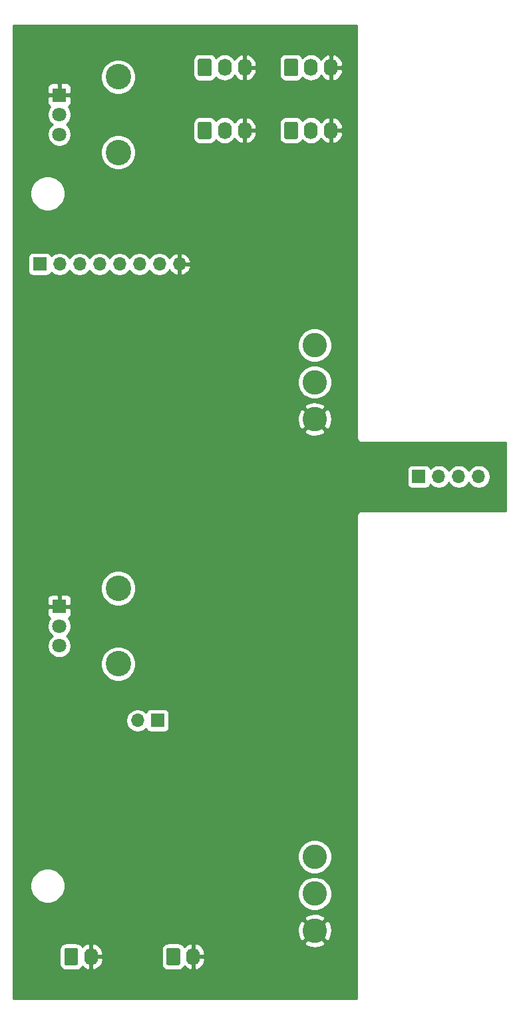
<source format=gbr>
G04 #@! TF.GenerationSoftware,KiCad,Pcbnew,5.1.5-52549c5~84~ubuntu18.04.1*
G04 #@! TF.CreationDate,2020-05-30T11:36:29-04:00*
G04 #@! TF.ProjectId,daughterboard,64617567-6874-4657-9262-6f6172642e6b,rev?*
G04 #@! TF.SameCoordinates,Original*
G04 #@! TF.FileFunction,Copper,L2,Bot*
G04 #@! TF.FilePolarity,Positive*
%FSLAX46Y46*%
G04 Gerber Fmt 4.6, Leading zero omitted, Abs format (unit mm)*
G04 Created by KiCad (PCBNEW 5.1.5-52549c5~84~ubuntu18.04.1) date 2020-05-30 11:36:29*
%MOMM*%
%LPD*%
G04 APERTURE LIST*
%ADD10C,3.100000*%
%ADD11C,3.240000*%
%ADD12C,1.800000*%
%ADD13R,1.800000X1.800000*%
%ADD14O,1.700000X1.700000*%
%ADD15R,1.700000X1.700000*%
%ADD16O,1.740000X2.200000*%
%ADD17C,0.100000*%
%ADD18C,0.254000*%
G04 APERTURE END LIST*
D10*
X177000000Y-139000000D03*
X177000000Y-134300000D03*
X177000000Y-143700000D03*
X177000000Y-78700000D03*
X177000000Y-69300000D03*
X177000000Y-74000000D03*
D11*
X152000000Y-100200000D03*
X152000000Y-109800000D03*
D12*
X144500000Y-107500000D03*
X144500000Y-105000000D03*
D13*
X144500000Y-102500000D03*
D11*
X152000000Y-35200000D03*
X152000000Y-44800000D03*
D12*
X144500000Y-42500000D03*
X144500000Y-40000000D03*
D13*
X144500000Y-37500000D03*
D14*
X154460000Y-117000000D03*
D15*
X157000000Y-117000000D03*
D14*
X197870000Y-86000000D03*
X195330000Y-86000000D03*
X192790000Y-86000000D03*
D15*
X190250000Y-86000000D03*
D14*
X159780000Y-59000000D03*
X157240000Y-59000000D03*
X154700000Y-59000000D03*
X152160000Y-59000000D03*
X149620000Y-59000000D03*
X147080000Y-59000000D03*
X144540000Y-59000000D03*
D15*
X142000000Y-59000000D03*
D16*
X179080000Y-42000000D03*
X176540000Y-42000000D03*
G04 #@! TA.AperFunction,ComponentPad*
D17*
G36*
X174644505Y-40901204D02*
G01*
X174668773Y-40904804D01*
X174692572Y-40910765D01*
X174715671Y-40919030D01*
X174737850Y-40929520D01*
X174758893Y-40942132D01*
X174778599Y-40956747D01*
X174796777Y-40973223D01*
X174813253Y-40991401D01*
X174827868Y-41011107D01*
X174840480Y-41032150D01*
X174850970Y-41054329D01*
X174859235Y-41077428D01*
X174865196Y-41101227D01*
X174868796Y-41125495D01*
X174870000Y-41149999D01*
X174870000Y-42850001D01*
X174868796Y-42874505D01*
X174865196Y-42898773D01*
X174859235Y-42922572D01*
X174850970Y-42945671D01*
X174840480Y-42967850D01*
X174827868Y-42988893D01*
X174813253Y-43008599D01*
X174796777Y-43026777D01*
X174778599Y-43043253D01*
X174758893Y-43057868D01*
X174737850Y-43070480D01*
X174715671Y-43080970D01*
X174692572Y-43089235D01*
X174668773Y-43095196D01*
X174644505Y-43098796D01*
X174620001Y-43100000D01*
X173379999Y-43100000D01*
X173355495Y-43098796D01*
X173331227Y-43095196D01*
X173307428Y-43089235D01*
X173284329Y-43080970D01*
X173262150Y-43070480D01*
X173241107Y-43057868D01*
X173221401Y-43043253D01*
X173203223Y-43026777D01*
X173186747Y-43008599D01*
X173172132Y-42988893D01*
X173159520Y-42967850D01*
X173149030Y-42945671D01*
X173140765Y-42922572D01*
X173134804Y-42898773D01*
X173131204Y-42874505D01*
X173130000Y-42850001D01*
X173130000Y-41149999D01*
X173131204Y-41125495D01*
X173134804Y-41101227D01*
X173140765Y-41077428D01*
X173149030Y-41054329D01*
X173159520Y-41032150D01*
X173172132Y-41011107D01*
X173186747Y-40991401D01*
X173203223Y-40973223D01*
X173221401Y-40956747D01*
X173241107Y-40942132D01*
X173262150Y-40929520D01*
X173284329Y-40919030D01*
X173307428Y-40910765D01*
X173331227Y-40904804D01*
X173355495Y-40901204D01*
X173379999Y-40900000D01*
X174620001Y-40900000D01*
X174644505Y-40901204D01*
G37*
G04 #@! TD.AperFunction*
D16*
X168080000Y-42000000D03*
X165540000Y-42000000D03*
G04 #@! TA.AperFunction,ComponentPad*
D17*
G36*
X163644505Y-40901204D02*
G01*
X163668773Y-40904804D01*
X163692572Y-40910765D01*
X163715671Y-40919030D01*
X163737850Y-40929520D01*
X163758893Y-40942132D01*
X163778599Y-40956747D01*
X163796777Y-40973223D01*
X163813253Y-40991401D01*
X163827868Y-41011107D01*
X163840480Y-41032150D01*
X163850970Y-41054329D01*
X163859235Y-41077428D01*
X163865196Y-41101227D01*
X163868796Y-41125495D01*
X163870000Y-41149999D01*
X163870000Y-42850001D01*
X163868796Y-42874505D01*
X163865196Y-42898773D01*
X163859235Y-42922572D01*
X163850970Y-42945671D01*
X163840480Y-42967850D01*
X163827868Y-42988893D01*
X163813253Y-43008599D01*
X163796777Y-43026777D01*
X163778599Y-43043253D01*
X163758893Y-43057868D01*
X163737850Y-43070480D01*
X163715671Y-43080970D01*
X163692572Y-43089235D01*
X163668773Y-43095196D01*
X163644505Y-43098796D01*
X163620001Y-43100000D01*
X162379999Y-43100000D01*
X162355495Y-43098796D01*
X162331227Y-43095196D01*
X162307428Y-43089235D01*
X162284329Y-43080970D01*
X162262150Y-43070480D01*
X162241107Y-43057868D01*
X162221401Y-43043253D01*
X162203223Y-43026777D01*
X162186747Y-43008599D01*
X162172132Y-42988893D01*
X162159520Y-42967850D01*
X162149030Y-42945671D01*
X162140765Y-42922572D01*
X162134804Y-42898773D01*
X162131204Y-42874505D01*
X162130000Y-42850001D01*
X162130000Y-41149999D01*
X162131204Y-41125495D01*
X162134804Y-41101227D01*
X162140765Y-41077428D01*
X162149030Y-41054329D01*
X162159520Y-41032150D01*
X162172132Y-41011107D01*
X162186747Y-40991401D01*
X162203223Y-40973223D01*
X162221401Y-40956747D01*
X162241107Y-40942132D01*
X162262150Y-40929520D01*
X162284329Y-40919030D01*
X162307428Y-40910765D01*
X162331227Y-40904804D01*
X162355495Y-40901204D01*
X162379999Y-40900000D01*
X163620001Y-40900000D01*
X163644505Y-40901204D01*
G37*
G04 #@! TD.AperFunction*
D16*
X161540000Y-147000000D03*
G04 #@! TA.AperFunction,ComponentPad*
D17*
G36*
X159644505Y-145901204D02*
G01*
X159668773Y-145904804D01*
X159692572Y-145910765D01*
X159715671Y-145919030D01*
X159737850Y-145929520D01*
X159758893Y-145942132D01*
X159778599Y-145956747D01*
X159796777Y-145973223D01*
X159813253Y-145991401D01*
X159827868Y-146011107D01*
X159840480Y-146032150D01*
X159850970Y-146054329D01*
X159859235Y-146077428D01*
X159865196Y-146101227D01*
X159868796Y-146125495D01*
X159870000Y-146149999D01*
X159870000Y-147850001D01*
X159868796Y-147874505D01*
X159865196Y-147898773D01*
X159859235Y-147922572D01*
X159850970Y-147945671D01*
X159840480Y-147967850D01*
X159827868Y-147988893D01*
X159813253Y-148008599D01*
X159796777Y-148026777D01*
X159778599Y-148043253D01*
X159758893Y-148057868D01*
X159737850Y-148070480D01*
X159715671Y-148080970D01*
X159692572Y-148089235D01*
X159668773Y-148095196D01*
X159644505Y-148098796D01*
X159620001Y-148100000D01*
X158379999Y-148100000D01*
X158355495Y-148098796D01*
X158331227Y-148095196D01*
X158307428Y-148089235D01*
X158284329Y-148080970D01*
X158262150Y-148070480D01*
X158241107Y-148057868D01*
X158221401Y-148043253D01*
X158203223Y-148026777D01*
X158186747Y-148008599D01*
X158172132Y-147988893D01*
X158159520Y-147967850D01*
X158149030Y-147945671D01*
X158140765Y-147922572D01*
X158134804Y-147898773D01*
X158131204Y-147874505D01*
X158130000Y-147850001D01*
X158130000Y-146149999D01*
X158131204Y-146125495D01*
X158134804Y-146101227D01*
X158140765Y-146077428D01*
X158149030Y-146054329D01*
X158159520Y-146032150D01*
X158172132Y-146011107D01*
X158186747Y-145991401D01*
X158203223Y-145973223D01*
X158221401Y-145956747D01*
X158241107Y-145942132D01*
X158262150Y-145929520D01*
X158284329Y-145919030D01*
X158307428Y-145910765D01*
X158331227Y-145904804D01*
X158355495Y-145901204D01*
X158379999Y-145900000D01*
X159620001Y-145900000D01*
X159644505Y-145901204D01*
G37*
G04 #@! TD.AperFunction*
D16*
X148540000Y-147000000D03*
G04 #@! TA.AperFunction,ComponentPad*
D17*
G36*
X146644505Y-145901204D02*
G01*
X146668773Y-145904804D01*
X146692572Y-145910765D01*
X146715671Y-145919030D01*
X146737850Y-145929520D01*
X146758893Y-145942132D01*
X146778599Y-145956747D01*
X146796777Y-145973223D01*
X146813253Y-145991401D01*
X146827868Y-146011107D01*
X146840480Y-146032150D01*
X146850970Y-146054329D01*
X146859235Y-146077428D01*
X146865196Y-146101227D01*
X146868796Y-146125495D01*
X146870000Y-146149999D01*
X146870000Y-147850001D01*
X146868796Y-147874505D01*
X146865196Y-147898773D01*
X146859235Y-147922572D01*
X146850970Y-147945671D01*
X146840480Y-147967850D01*
X146827868Y-147988893D01*
X146813253Y-148008599D01*
X146796777Y-148026777D01*
X146778599Y-148043253D01*
X146758893Y-148057868D01*
X146737850Y-148070480D01*
X146715671Y-148080970D01*
X146692572Y-148089235D01*
X146668773Y-148095196D01*
X146644505Y-148098796D01*
X146620001Y-148100000D01*
X145379999Y-148100000D01*
X145355495Y-148098796D01*
X145331227Y-148095196D01*
X145307428Y-148089235D01*
X145284329Y-148080970D01*
X145262150Y-148070480D01*
X145241107Y-148057868D01*
X145221401Y-148043253D01*
X145203223Y-148026777D01*
X145186747Y-148008599D01*
X145172132Y-147988893D01*
X145159520Y-147967850D01*
X145149030Y-147945671D01*
X145140765Y-147922572D01*
X145134804Y-147898773D01*
X145131204Y-147874505D01*
X145130000Y-147850001D01*
X145130000Y-146149999D01*
X145131204Y-146125495D01*
X145134804Y-146101227D01*
X145140765Y-146077428D01*
X145149030Y-146054329D01*
X145159520Y-146032150D01*
X145172132Y-146011107D01*
X145186747Y-145991401D01*
X145203223Y-145973223D01*
X145221401Y-145956747D01*
X145241107Y-145942132D01*
X145262150Y-145929520D01*
X145284329Y-145919030D01*
X145307428Y-145910765D01*
X145331227Y-145904804D01*
X145355495Y-145901204D01*
X145379999Y-145900000D01*
X146620001Y-145900000D01*
X146644505Y-145901204D01*
G37*
G04 #@! TD.AperFunction*
D16*
X179080000Y-34000000D03*
X176540000Y-34000000D03*
G04 #@! TA.AperFunction,ComponentPad*
D17*
G36*
X174644505Y-32901204D02*
G01*
X174668773Y-32904804D01*
X174692572Y-32910765D01*
X174715671Y-32919030D01*
X174737850Y-32929520D01*
X174758893Y-32942132D01*
X174778599Y-32956747D01*
X174796777Y-32973223D01*
X174813253Y-32991401D01*
X174827868Y-33011107D01*
X174840480Y-33032150D01*
X174850970Y-33054329D01*
X174859235Y-33077428D01*
X174865196Y-33101227D01*
X174868796Y-33125495D01*
X174870000Y-33149999D01*
X174870000Y-34850001D01*
X174868796Y-34874505D01*
X174865196Y-34898773D01*
X174859235Y-34922572D01*
X174850970Y-34945671D01*
X174840480Y-34967850D01*
X174827868Y-34988893D01*
X174813253Y-35008599D01*
X174796777Y-35026777D01*
X174778599Y-35043253D01*
X174758893Y-35057868D01*
X174737850Y-35070480D01*
X174715671Y-35080970D01*
X174692572Y-35089235D01*
X174668773Y-35095196D01*
X174644505Y-35098796D01*
X174620001Y-35100000D01*
X173379999Y-35100000D01*
X173355495Y-35098796D01*
X173331227Y-35095196D01*
X173307428Y-35089235D01*
X173284329Y-35080970D01*
X173262150Y-35070480D01*
X173241107Y-35057868D01*
X173221401Y-35043253D01*
X173203223Y-35026777D01*
X173186747Y-35008599D01*
X173172132Y-34988893D01*
X173159520Y-34967850D01*
X173149030Y-34945671D01*
X173140765Y-34922572D01*
X173134804Y-34898773D01*
X173131204Y-34874505D01*
X173130000Y-34850001D01*
X173130000Y-33149999D01*
X173131204Y-33125495D01*
X173134804Y-33101227D01*
X173140765Y-33077428D01*
X173149030Y-33054329D01*
X173159520Y-33032150D01*
X173172132Y-33011107D01*
X173186747Y-32991401D01*
X173203223Y-32973223D01*
X173221401Y-32956747D01*
X173241107Y-32942132D01*
X173262150Y-32929520D01*
X173284329Y-32919030D01*
X173307428Y-32910765D01*
X173331227Y-32904804D01*
X173355495Y-32901204D01*
X173379999Y-32900000D01*
X174620001Y-32900000D01*
X174644505Y-32901204D01*
G37*
G04 #@! TD.AperFunction*
D16*
X168080000Y-34000000D03*
X165540000Y-34000000D03*
G04 #@! TA.AperFunction,ComponentPad*
D17*
G36*
X163644505Y-32901204D02*
G01*
X163668773Y-32904804D01*
X163692572Y-32910765D01*
X163715671Y-32919030D01*
X163737850Y-32929520D01*
X163758893Y-32942132D01*
X163778599Y-32956747D01*
X163796777Y-32973223D01*
X163813253Y-32991401D01*
X163827868Y-33011107D01*
X163840480Y-33032150D01*
X163850970Y-33054329D01*
X163859235Y-33077428D01*
X163865196Y-33101227D01*
X163868796Y-33125495D01*
X163870000Y-33149999D01*
X163870000Y-34850001D01*
X163868796Y-34874505D01*
X163865196Y-34898773D01*
X163859235Y-34922572D01*
X163850970Y-34945671D01*
X163840480Y-34967850D01*
X163827868Y-34988893D01*
X163813253Y-35008599D01*
X163796777Y-35026777D01*
X163778599Y-35043253D01*
X163758893Y-35057868D01*
X163737850Y-35070480D01*
X163715671Y-35080970D01*
X163692572Y-35089235D01*
X163668773Y-35095196D01*
X163644505Y-35098796D01*
X163620001Y-35100000D01*
X162379999Y-35100000D01*
X162355495Y-35098796D01*
X162331227Y-35095196D01*
X162307428Y-35089235D01*
X162284329Y-35080970D01*
X162262150Y-35070480D01*
X162241107Y-35057868D01*
X162221401Y-35043253D01*
X162203223Y-35026777D01*
X162186747Y-35008599D01*
X162172132Y-34988893D01*
X162159520Y-34967850D01*
X162149030Y-34945671D01*
X162140765Y-34922572D01*
X162134804Y-34898773D01*
X162131204Y-34874505D01*
X162130000Y-34850001D01*
X162130000Y-33149999D01*
X162131204Y-33125495D01*
X162134804Y-33101227D01*
X162140765Y-33077428D01*
X162149030Y-33054329D01*
X162159520Y-33032150D01*
X162172132Y-33011107D01*
X162186747Y-32991401D01*
X162203223Y-32973223D01*
X162221401Y-32956747D01*
X162241107Y-32942132D01*
X162262150Y-32929520D01*
X162284329Y-32919030D01*
X162307428Y-32910765D01*
X162331227Y-32904804D01*
X162355495Y-32901204D01*
X162379999Y-32900000D01*
X163620001Y-32900000D01*
X163644505Y-32901204D01*
G37*
G04 #@! TD.AperFunction*
D18*
G36*
X182340001Y-80967570D02*
G01*
X182336807Y-81000000D01*
X182349550Y-81129383D01*
X182387290Y-81253793D01*
X182448575Y-81368450D01*
X182531052Y-81468948D01*
X182631550Y-81551425D01*
X182746207Y-81612710D01*
X182870617Y-81650450D01*
X182967581Y-81660000D01*
X183000000Y-81663193D01*
X183032419Y-81660000D01*
X201340000Y-81660000D01*
X201340001Y-90340000D01*
X183032419Y-90340000D01*
X183000000Y-90336807D01*
X182967581Y-90340000D01*
X182870617Y-90349550D01*
X182746207Y-90387290D01*
X182631550Y-90448575D01*
X182531052Y-90531052D01*
X182448575Y-90631550D01*
X182387290Y-90746207D01*
X182349550Y-90870617D01*
X182336807Y-91000000D01*
X182340000Y-91032419D01*
X182340001Y-152340000D01*
X138660000Y-152340000D01*
X138660000Y-146149999D01*
X144491928Y-146149999D01*
X144491928Y-147850001D01*
X144508992Y-148023255D01*
X144559528Y-148189851D01*
X144641595Y-148343387D01*
X144752038Y-148477962D01*
X144886613Y-148588405D01*
X145040149Y-148670472D01*
X145206745Y-148721008D01*
X145379999Y-148738072D01*
X146620001Y-148738072D01*
X146793255Y-148721008D01*
X146959851Y-148670472D01*
X147113387Y-148588405D01*
X147247962Y-148477962D01*
X147358405Y-148343387D01*
X147416507Y-148234686D01*
X147569506Y-148390536D01*
X147814563Y-148557571D01*
X148087498Y-148673588D01*
X148179969Y-148691302D01*
X148413000Y-148570246D01*
X148413000Y-147127000D01*
X148667000Y-147127000D01*
X148667000Y-148570246D01*
X148900031Y-148691302D01*
X148992502Y-148673588D01*
X149265437Y-148557571D01*
X149510494Y-148390536D01*
X149718256Y-148178903D01*
X149880738Y-147930804D01*
X149991696Y-147655773D01*
X150046866Y-147364380D01*
X149890586Y-147127000D01*
X148667000Y-147127000D01*
X148413000Y-147127000D01*
X148393000Y-147127000D01*
X148393000Y-146873000D01*
X148413000Y-146873000D01*
X148413000Y-145429754D01*
X148667000Y-145429754D01*
X148667000Y-146873000D01*
X149890586Y-146873000D01*
X150046866Y-146635620D01*
X149991696Y-146344227D01*
X149913338Y-146149999D01*
X157491928Y-146149999D01*
X157491928Y-147850001D01*
X157508992Y-148023255D01*
X157559528Y-148189851D01*
X157641595Y-148343387D01*
X157752038Y-148477962D01*
X157886613Y-148588405D01*
X158040149Y-148670472D01*
X158206745Y-148721008D01*
X158379999Y-148738072D01*
X159620001Y-148738072D01*
X159793255Y-148721008D01*
X159959851Y-148670472D01*
X160113387Y-148588405D01*
X160247962Y-148477962D01*
X160358405Y-148343387D01*
X160416507Y-148234686D01*
X160569506Y-148390536D01*
X160814563Y-148557571D01*
X161087498Y-148673588D01*
X161179969Y-148691302D01*
X161413000Y-148570246D01*
X161413000Y-147127000D01*
X161667000Y-147127000D01*
X161667000Y-148570246D01*
X161900031Y-148691302D01*
X161992502Y-148673588D01*
X162265437Y-148557571D01*
X162510494Y-148390536D01*
X162718256Y-148178903D01*
X162880738Y-147930804D01*
X162991696Y-147655773D01*
X163046866Y-147364380D01*
X162890586Y-147127000D01*
X161667000Y-147127000D01*
X161413000Y-147127000D01*
X161393000Y-147127000D01*
X161393000Y-146873000D01*
X161413000Y-146873000D01*
X161413000Y-145429754D01*
X161667000Y-145429754D01*
X161667000Y-146873000D01*
X162890586Y-146873000D01*
X163046866Y-146635620D01*
X162991696Y-146344227D01*
X162880738Y-146069196D01*
X162718256Y-145821097D01*
X162510494Y-145609464D01*
X162265437Y-145442429D01*
X161992502Y-145326412D01*
X161900031Y-145308698D01*
X161667000Y-145429754D01*
X161413000Y-145429754D01*
X161179969Y-145308698D01*
X161087498Y-145326412D01*
X160814563Y-145442429D01*
X160569506Y-145609464D01*
X160416507Y-145765314D01*
X160358405Y-145656613D01*
X160247962Y-145522038D01*
X160113387Y-145411595D01*
X159959851Y-145329528D01*
X159793255Y-145278992D01*
X159620001Y-145261928D01*
X158379999Y-145261928D01*
X158206745Y-145278992D01*
X158040149Y-145329528D01*
X157886613Y-145411595D01*
X157752038Y-145522038D01*
X157641595Y-145656613D01*
X157559528Y-145810149D01*
X157508992Y-145976745D01*
X157491928Y-146149999D01*
X149913338Y-146149999D01*
X149880738Y-146069196D01*
X149718256Y-145821097D01*
X149510494Y-145609464D01*
X149265437Y-145442429D01*
X148992502Y-145326412D01*
X148900031Y-145308698D01*
X148667000Y-145429754D01*
X148413000Y-145429754D01*
X148179969Y-145308698D01*
X148087498Y-145326412D01*
X147814563Y-145442429D01*
X147569506Y-145609464D01*
X147416507Y-145765314D01*
X147358405Y-145656613D01*
X147247962Y-145522038D01*
X147113387Y-145411595D01*
X146959851Y-145329528D01*
X146793255Y-145278992D01*
X146620001Y-145261928D01*
X145379999Y-145261928D01*
X145206745Y-145278992D01*
X145040149Y-145329528D01*
X144886613Y-145411595D01*
X144752038Y-145522038D01*
X144641595Y-145656613D01*
X144559528Y-145810149D01*
X144508992Y-145976745D01*
X144491928Y-146149999D01*
X138660000Y-146149999D01*
X138660000Y-145227251D01*
X175652354Y-145227251D01*
X175814381Y-145547930D01*
X176197675Y-145743725D01*
X176611803Y-145860981D01*
X177040848Y-145895192D01*
X177468324Y-145845042D01*
X177877802Y-145712461D01*
X178185619Y-145547930D01*
X178347646Y-145227251D01*
X177000000Y-143879605D01*
X175652354Y-145227251D01*
X138660000Y-145227251D01*
X138660000Y-143740848D01*
X174804808Y-143740848D01*
X174854958Y-144168324D01*
X174987539Y-144577802D01*
X175152070Y-144885619D01*
X175472749Y-145047646D01*
X176820395Y-143700000D01*
X177179605Y-143700000D01*
X178527251Y-145047646D01*
X178847930Y-144885619D01*
X179043725Y-144502325D01*
X179160981Y-144088197D01*
X179195192Y-143659152D01*
X179145042Y-143231676D01*
X179012461Y-142822198D01*
X178847930Y-142514381D01*
X178527251Y-142352354D01*
X177179605Y-143700000D01*
X176820395Y-143700000D01*
X175472749Y-142352354D01*
X175152070Y-142514381D01*
X174956275Y-142897675D01*
X174839019Y-143311803D01*
X174804808Y-143740848D01*
X138660000Y-143740848D01*
X138660000Y-142172749D01*
X175652354Y-142172749D01*
X177000000Y-143520395D01*
X178347646Y-142172749D01*
X178185619Y-141852070D01*
X177802325Y-141656275D01*
X177388197Y-141539019D01*
X176959152Y-141504808D01*
X176531676Y-141554958D01*
X176122198Y-141687539D01*
X175814381Y-141852070D01*
X175652354Y-142172749D01*
X138660000Y-142172749D01*
X138660000Y-137779872D01*
X140765000Y-137779872D01*
X140765000Y-138220128D01*
X140850890Y-138651925D01*
X141019369Y-139058669D01*
X141263962Y-139424729D01*
X141575271Y-139736038D01*
X141941331Y-139980631D01*
X142348075Y-140149110D01*
X142779872Y-140235000D01*
X143220128Y-140235000D01*
X143651925Y-140149110D01*
X144058669Y-139980631D01*
X144424729Y-139736038D01*
X144736038Y-139424729D01*
X144980631Y-139058669D01*
X145094072Y-138784796D01*
X174815000Y-138784796D01*
X174815000Y-139215204D01*
X174898969Y-139637341D01*
X175063678Y-140034985D01*
X175302800Y-140392856D01*
X175607144Y-140697200D01*
X175965015Y-140936322D01*
X176362659Y-141101031D01*
X176784796Y-141185000D01*
X177215204Y-141185000D01*
X177637341Y-141101031D01*
X178034985Y-140936322D01*
X178392856Y-140697200D01*
X178697200Y-140392856D01*
X178936322Y-140034985D01*
X179101031Y-139637341D01*
X179185000Y-139215204D01*
X179185000Y-138784796D01*
X179101031Y-138362659D01*
X178936322Y-137965015D01*
X178697200Y-137607144D01*
X178392856Y-137302800D01*
X178034985Y-137063678D01*
X177637341Y-136898969D01*
X177215204Y-136815000D01*
X176784796Y-136815000D01*
X176362659Y-136898969D01*
X175965015Y-137063678D01*
X175607144Y-137302800D01*
X175302800Y-137607144D01*
X175063678Y-137965015D01*
X174898969Y-138362659D01*
X174815000Y-138784796D01*
X145094072Y-138784796D01*
X145149110Y-138651925D01*
X145235000Y-138220128D01*
X145235000Y-137779872D01*
X145149110Y-137348075D01*
X144980631Y-136941331D01*
X144736038Y-136575271D01*
X144424729Y-136263962D01*
X144058669Y-136019369D01*
X143651925Y-135850890D01*
X143220128Y-135765000D01*
X142779872Y-135765000D01*
X142348075Y-135850890D01*
X141941331Y-136019369D01*
X141575271Y-136263962D01*
X141263962Y-136575271D01*
X141019369Y-136941331D01*
X140850890Y-137348075D01*
X140765000Y-137779872D01*
X138660000Y-137779872D01*
X138660000Y-134084796D01*
X174815000Y-134084796D01*
X174815000Y-134515204D01*
X174898969Y-134937341D01*
X175063678Y-135334985D01*
X175302800Y-135692856D01*
X175607144Y-135997200D01*
X175965015Y-136236322D01*
X176362659Y-136401031D01*
X176784796Y-136485000D01*
X177215204Y-136485000D01*
X177637341Y-136401031D01*
X178034985Y-136236322D01*
X178392856Y-135997200D01*
X178697200Y-135692856D01*
X178936322Y-135334985D01*
X179101031Y-134937341D01*
X179185000Y-134515204D01*
X179185000Y-134084796D01*
X179101031Y-133662659D01*
X178936322Y-133265015D01*
X178697200Y-132907144D01*
X178392856Y-132602800D01*
X178034985Y-132363678D01*
X177637341Y-132198969D01*
X177215204Y-132115000D01*
X176784796Y-132115000D01*
X176362659Y-132198969D01*
X175965015Y-132363678D01*
X175607144Y-132602800D01*
X175302800Y-132907144D01*
X175063678Y-133265015D01*
X174898969Y-133662659D01*
X174815000Y-134084796D01*
X138660000Y-134084796D01*
X138660000Y-116853740D01*
X152975000Y-116853740D01*
X152975000Y-117146260D01*
X153032068Y-117433158D01*
X153144010Y-117703411D01*
X153306525Y-117946632D01*
X153513368Y-118153475D01*
X153756589Y-118315990D01*
X154026842Y-118427932D01*
X154313740Y-118485000D01*
X154606260Y-118485000D01*
X154893158Y-118427932D01*
X155163411Y-118315990D01*
X155406632Y-118153475D01*
X155538487Y-118021620D01*
X155560498Y-118094180D01*
X155619463Y-118204494D01*
X155698815Y-118301185D01*
X155795506Y-118380537D01*
X155905820Y-118439502D01*
X156025518Y-118475812D01*
X156150000Y-118488072D01*
X157850000Y-118488072D01*
X157974482Y-118475812D01*
X158094180Y-118439502D01*
X158204494Y-118380537D01*
X158301185Y-118301185D01*
X158380537Y-118204494D01*
X158439502Y-118094180D01*
X158475812Y-117974482D01*
X158488072Y-117850000D01*
X158488072Y-116150000D01*
X158475812Y-116025518D01*
X158439502Y-115905820D01*
X158380537Y-115795506D01*
X158301185Y-115698815D01*
X158204494Y-115619463D01*
X158094180Y-115560498D01*
X157974482Y-115524188D01*
X157850000Y-115511928D01*
X156150000Y-115511928D01*
X156025518Y-115524188D01*
X155905820Y-115560498D01*
X155795506Y-115619463D01*
X155698815Y-115698815D01*
X155619463Y-115795506D01*
X155560498Y-115905820D01*
X155538487Y-115978380D01*
X155406632Y-115846525D01*
X155163411Y-115684010D01*
X154893158Y-115572068D01*
X154606260Y-115515000D01*
X154313740Y-115515000D01*
X154026842Y-115572068D01*
X153756589Y-115684010D01*
X153513368Y-115846525D01*
X153306525Y-116053368D01*
X153144010Y-116296589D01*
X153032068Y-116566842D01*
X152975000Y-116853740D01*
X138660000Y-116853740D01*
X138660000Y-109577902D01*
X149745000Y-109577902D01*
X149745000Y-110022098D01*
X149831658Y-110457759D01*
X150001645Y-110868143D01*
X150248427Y-111237479D01*
X150562521Y-111551573D01*
X150931857Y-111798355D01*
X151342241Y-111968342D01*
X151777902Y-112055000D01*
X152222098Y-112055000D01*
X152657759Y-111968342D01*
X153068143Y-111798355D01*
X153437479Y-111551573D01*
X153751573Y-111237479D01*
X153998355Y-110868143D01*
X154168342Y-110457759D01*
X154255000Y-110022098D01*
X154255000Y-109577902D01*
X154168342Y-109142241D01*
X153998355Y-108731857D01*
X153751573Y-108362521D01*
X153437479Y-108048427D01*
X153068143Y-107801645D01*
X152657759Y-107631658D01*
X152222098Y-107545000D01*
X151777902Y-107545000D01*
X151342241Y-107631658D01*
X150931857Y-107801645D01*
X150562521Y-108048427D01*
X150248427Y-108362521D01*
X150001645Y-108731857D01*
X149831658Y-109142241D01*
X149745000Y-109577902D01*
X138660000Y-109577902D01*
X138660000Y-103400000D01*
X142961928Y-103400000D01*
X142974188Y-103524482D01*
X143010498Y-103644180D01*
X143069463Y-103754494D01*
X143148815Y-103851185D01*
X143245506Y-103930537D01*
X143345303Y-103983880D01*
X143307688Y-104021495D01*
X143139701Y-104272905D01*
X143023989Y-104552257D01*
X142965000Y-104848816D01*
X142965000Y-105151184D01*
X143023989Y-105447743D01*
X143139701Y-105727095D01*
X143307688Y-105978505D01*
X143521495Y-106192312D01*
X143607831Y-106250000D01*
X143521495Y-106307688D01*
X143307688Y-106521495D01*
X143139701Y-106772905D01*
X143023989Y-107052257D01*
X142965000Y-107348816D01*
X142965000Y-107651184D01*
X143023989Y-107947743D01*
X143139701Y-108227095D01*
X143307688Y-108478505D01*
X143521495Y-108692312D01*
X143772905Y-108860299D01*
X144052257Y-108976011D01*
X144348816Y-109035000D01*
X144651184Y-109035000D01*
X144947743Y-108976011D01*
X145227095Y-108860299D01*
X145478505Y-108692312D01*
X145692312Y-108478505D01*
X145860299Y-108227095D01*
X145976011Y-107947743D01*
X146035000Y-107651184D01*
X146035000Y-107348816D01*
X145976011Y-107052257D01*
X145860299Y-106772905D01*
X145692312Y-106521495D01*
X145478505Y-106307688D01*
X145392169Y-106250000D01*
X145478505Y-106192312D01*
X145692312Y-105978505D01*
X145860299Y-105727095D01*
X145976011Y-105447743D01*
X146035000Y-105151184D01*
X146035000Y-104848816D01*
X145976011Y-104552257D01*
X145860299Y-104272905D01*
X145692312Y-104021495D01*
X145654697Y-103983880D01*
X145754494Y-103930537D01*
X145851185Y-103851185D01*
X145930537Y-103754494D01*
X145989502Y-103644180D01*
X146025812Y-103524482D01*
X146038072Y-103400000D01*
X146035000Y-102785750D01*
X145876250Y-102627000D01*
X144627000Y-102627000D01*
X144627000Y-102647000D01*
X144373000Y-102647000D01*
X144373000Y-102627000D01*
X143123750Y-102627000D01*
X142965000Y-102785750D01*
X142961928Y-103400000D01*
X138660000Y-103400000D01*
X138660000Y-101600000D01*
X142961928Y-101600000D01*
X142965000Y-102214250D01*
X143123750Y-102373000D01*
X144373000Y-102373000D01*
X144373000Y-101123750D01*
X144627000Y-101123750D01*
X144627000Y-102373000D01*
X145876250Y-102373000D01*
X146035000Y-102214250D01*
X146038072Y-101600000D01*
X146025812Y-101475518D01*
X145989502Y-101355820D01*
X145930537Y-101245506D01*
X145851185Y-101148815D01*
X145754494Y-101069463D01*
X145644180Y-101010498D01*
X145524482Y-100974188D01*
X145400000Y-100961928D01*
X144785750Y-100965000D01*
X144627000Y-101123750D01*
X144373000Y-101123750D01*
X144214250Y-100965000D01*
X143600000Y-100961928D01*
X143475518Y-100974188D01*
X143355820Y-101010498D01*
X143245506Y-101069463D01*
X143148815Y-101148815D01*
X143069463Y-101245506D01*
X143010498Y-101355820D01*
X142974188Y-101475518D01*
X142961928Y-101600000D01*
X138660000Y-101600000D01*
X138660000Y-99977902D01*
X149745000Y-99977902D01*
X149745000Y-100422098D01*
X149831658Y-100857759D01*
X150001645Y-101268143D01*
X150248427Y-101637479D01*
X150562521Y-101951573D01*
X150931857Y-102198355D01*
X151342241Y-102368342D01*
X151777902Y-102455000D01*
X152222098Y-102455000D01*
X152657759Y-102368342D01*
X153068143Y-102198355D01*
X153437479Y-101951573D01*
X153751573Y-101637479D01*
X153998355Y-101268143D01*
X154168342Y-100857759D01*
X154255000Y-100422098D01*
X154255000Y-99977902D01*
X154168342Y-99542241D01*
X153998355Y-99131857D01*
X153751573Y-98762521D01*
X153437479Y-98448427D01*
X153068143Y-98201645D01*
X152657759Y-98031658D01*
X152222098Y-97945000D01*
X151777902Y-97945000D01*
X151342241Y-98031658D01*
X150931857Y-98201645D01*
X150562521Y-98448427D01*
X150248427Y-98762521D01*
X150001645Y-99131857D01*
X149831658Y-99542241D01*
X149745000Y-99977902D01*
X138660000Y-99977902D01*
X138660000Y-85150000D01*
X188761928Y-85150000D01*
X188761928Y-86850000D01*
X188774188Y-86974482D01*
X188810498Y-87094180D01*
X188869463Y-87204494D01*
X188948815Y-87301185D01*
X189045506Y-87380537D01*
X189155820Y-87439502D01*
X189275518Y-87475812D01*
X189400000Y-87488072D01*
X191100000Y-87488072D01*
X191224482Y-87475812D01*
X191344180Y-87439502D01*
X191454494Y-87380537D01*
X191551185Y-87301185D01*
X191630537Y-87204494D01*
X191689502Y-87094180D01*
X191711513Y-87021620D01*
X191843368Y-87153475D01*
X192086589Y-87315990D01*
X192356842Y-87427932D01*
X192643740Y-87485000D01*
X192936260Y-87485000D01*
X193223158Y-87427932D01*
X193493411Y-87315990D01*
X193736632Y-87153475D01*
X193943475Y-86946632D01*
X194060000Y-86772240D01*
X194176525Y-86946632D01*
X194383368Y-87153475D01*
X194626589Y-87315990D01*
X194896842Y-87427932D01*
X195183740Y-87485000D01*
X195476260Y-87485000D01*
X195763158Y-87427932D01*
X196033411Y-87315990D01*
X196276632Y-87153475D01*
X196483475Y-86946632D01*
X196600000Y-86772240D01*
X196716525Y-86946632D01*
X196923368Y-87153475D01*
X197166589Y-87315990D01*
X197436842Y-87427932D01*
X197723740Y-87485000D01*
X198016260Y-87485000D01*
X198303158Y-87427932D01*
X198573411Y-87315990D01*
X198816632Y-87153475D01*
X199023475Y-86946632D01*
X199185990Y-86703411D01*
X199297932Y-86433158D01*
X199355000Y-86146260D01*
X199355000Y-85853740D01*
X199297932Y-85566842D01*
X199185990Y-85296589D01*
X199023475Y-85053368D01*
X198816632Y-84846525D01*
X198573411Y-84684010D01*
X198303158Y-84572068D01*
X198016260Y-84515000D01*
X197723740Y-84515000D01*
X197436842Y-84572068D01*
X197166589Y-84684010D01*
X196923368Y-84846525D01*
X196716525Y-85053368D01*
X196600000Y-85227760D01*
X196483475Y-85053368D01*
X196276632Y-84846525D01*
X196033411Y-84684010D01*
X195763158Y-84572068D01*
X195476260Y-84515000D01*
X195183740Y-84515000D01*
X194896842Y-84572068D01*
X194626589Y-84684010D01*
X194383368Y-84846525D01*
X194176525Y-85053368D01*
X194060000Y-85227760D01*
X193943475Y-85053368D01*
X193736632Y-84846525D01*
X193493411Y-84684010D01*
X193223158Y-84572068D01*
X192936260Y-84515000D01*
X192643740Y-84515000D01*
X192356842Y-84572068D01*
X192086589Y-84684010D01*
X191843368Y-84846525D01*
X191711513Y-84978380D01*
X191689502Y-84905820D01*
X191630537Y-84795506D01*
X191551185Y-84698815D01*
X191454494Y-84619463D01*
X191344180Y-84560498D01*
X191224482Y-84524188D01*
X191100000Y-84511928D01*
X189400000Y-84511928D01*
X189275518Y-84524188D01*
X189155820Y-84560498D01*
X189045506Y-84619463D01*
X188948815Y-84698815D01*
X188869463Y-84795506D01*
X188810498Y-84905820D01*
X188774188Y-85025518D01*
X188761928Y-85150000D01*
X138660000Y-85150000D01*
X138660000Y-80227251D01*
X175652354Y-80227251D01*
X175814381Y-80547930D01*
X176197675Y-80743725D01*
X176611803Y-80860981D01*
X177040848Y-80895192D01*
X177468324Y-80845042D01*
X177877802Y-80712461D01*
X178185619Y-80547930D01*
X178347646Y-80227251D01*
X177000000Y-78879605D01*
X175652354Y-80227251D01*
X138660000Y-80227251D01*
X138660000Y-78740848D01*
X174804808Y-78740848D01*
X174854958Y-79168324D01*
X174987539Y-79577802D01*
X175152070Y-79885619D01*
X175472749Y-80047646D01*
X176820395Y-78700000D01*
X177179605Y-78700000D01*
X178527251Y-80047646D01*
X178847930Y-79885619D01*
X179043725Y-79502325D01*
X179160981Y-79088197D01*
X179195192Y-78659152D01*
X179145042Y-78231676D01*
X179012461Y-77822198D01*
X178847930Y-77514381D01*
X178527251Y-77352354D01*
X177179605Y-78700000D01*
X176820395Y-78700000D01*
X175472749Y-77352354D01*
X175152070Y-77514381D01*
X174956275Y-77897675D01*
X174839019Y-78311803D01*
X174804808Y-78740848D01*
X138660000Y-78740848D01*
X138660000Y-77172749D01*
X175652354Y-77172749D01*
X177000000Y-78520395D01*
X178347646Y-77172749D01*
X178185619Y-76852070D01*
X177802325Y-76656275D01*
X177388197Y-76539019D01*
X176959152Y-76504808D01*
X176531676Y-76554958D01*
X176122198Y-76687539D01*
X175814381Y-76852070D01*
X175652354Y-77172749D01*
X138660000Y-77172749D01*
X138660000Y-73784796D01*
X174815000Y-73784796D01*
X174815000Y-74215204D01*
X174898969Y-74637341D01*
X175063678Y-75034985D01*
X175302800Y-75392856D01*
X175607144Y-75697200D01*
X175965015Y-75936322D01*
X176362659Y-76101031D01*
X176784796Y-76185000D01*
X177215204Y-76185000D01*
X177637341Y-76101031D01*
X178034985Y-75936322D01*
X178392856Y-75697200D01*
X178697200Y-75392856D01*
X178936322Y-75034985D01*
X179101031Y-74637341D01*
X179185000Y-74215204D01*
X179185000Y-73784796D01*
X179101031Y-73362659D01*
X178936322Y-72965015D01*
X178697200Y-72607144D01*
X178392856Y-72302800D01*
X178034985Y-72063678D01*
X177637341Y-71898969D01*
X177215204Y-71815000D01*
X176784796Y-71815000D01*
X176362659Y-71898969D01*
X175965015Y-72063678D01*
X175607144Y-72302800D01*
X175302800Y-72607144D01*
X175063678Y-72965015D01*
X174898969Y-73362659D01*
X174815000Y-73784796D01*
X138660000Y-73784796D01*
X138660000Y-69084796D01*
X174815000Y-69084796D01*
X174815000Y-69515204D01*
X174898969Y-69937341D01*
X175063678Y-70334985D01*
X175302800Y-70692856D01*
X175607144Y-70997200D01*
X175965015Y-71236322D01*
X176362659Y-71401031D01*
X176784796Y-71485000D01*
X177215204Y-71485000D01*
X177637341Y-71401031D01*
X178034985Y-71236322D01*
X178392856Y-70997200D01*
X178697200Y-70692856D01*
X178936322Y-70334985D01*
X179101031Y-69937341D01*
X179185000Y-69515204D01*
X179185000Y-69084796D01*
X179101031Y-68662659D01*
X178936322Y-68265015D01*
X178697200Y-67907144D01*
X178392856Y-67602800D01*
X178034985Y-67363678D01*
X177637341Y-67198969D01*
X177215204Y-67115000D01*
X176784796Y-67115000D01*
X176362659Y-67198969D01*
X175965015Y-67363678D01*
X175607144Y-67602800D01*
X175302800Y-67907144D01*
X175063678Y-68265015D01*
X174898969Y-68662659D01*
X174815000Y-69084796D01*
X138660000Y-69084796D01*
X138660000Y-58150000D01*
X140511928Y-58150000D01*
X140511928Y-59850000D01*
X140524188Y-59974482D01*
X140560498Y-60094180D01*
X140619463Y-60204494D01*
X140698815Y-60301185D01*
X140795506Y-60380537D01*
X140905820Y-60439502D01*
X141025518Y-60475812D01*
X141150000Y-60488072D01*
X142850000Y-60488072D01*
X142974482Y-60475812D01*
X143094180Y-60439502D01*
X143204494Y-60380537D01*
X143301185Y-60301185D01*
X143380537Y-60204494D01*
X143439502Y-60094180D01*
X143461513Y-60021620D01*
X143593368Y-60153475D01*
X143836589Y-60315990D01*
X144106842Y-60427932D01*
X144393740Y-60485000D01*
X144686260Y-60485000D01*
X144973158Y-60427932D01*
X145243411Y-60315990D01*
X145486632Y-60153475D01*
X145693475Y-59946632D01*
X145810000Y-59772240D01*
X145926525Y-59946632D01*
X146133368Y-60153475D01*
X146376589Y-60315990D01*
X146646842Y-60427932D01*
X146933740Y-60485000D01*
X147226260Y-60485000D01*
X147513158Y-60427932D01*
X147783411Y-60315990D01*
X148026632Y-60153475D01*
X148233475Y-59946632D01*
X148350000Y-59772240D01*
X148466525Y-59946632D01*
X148673368Y-60153475D01*
X148916589Y-60315990D01*
X149186842Y-60427932D01*
X149473740Y-60485000D01*
X149766260Y-60485000D01*
X150053158Y-60427932D01*
X150323411Y-60315990D01*
X150566632Y-60153475D01*
X150773475Y-59946632D01*
X150890000Y-59772240D01*
X151006525Y-59946632D01*
X151213368Y-60153475D01*
X151456589Y-60315990D01*
X151726842Y-60427932D01*
X152013740Y-60485000D01*
X152306260Y-60485000D01*
X152593158Y-60427932D01*
X152863411Y-60315990D01*
X153106632Y-60153475D01*
X153313475Y-59946632D01*
X153430000Y-59772240D01*
X153546525Y-59946632D01*
X153753368Y-60153475D01*
X153996589Y-60315990D01*
X154266842Y-60427932D01*
X154553740Y-60485000D01*
X154846260Y-60485000D01*
X155133158Y-60427932D01*
X155403411Y-60315990D01*
X155646632Y-60153475D01*
X155853475Y-59946632D01*
X155970000Y-59772240D01*
X156086525Y-59946632D01*
X156293368Y-60153475D01*
X156536589Y-60315990D01*
X156806842Y-60427932D01*
X157093740Y-60485000D01*
X157386260Y-60485000D01*
X157673158Y-60427932D01*
X157943411Y-60315990D01*
X158186632Y-60153475D01*
X158393475Y-59946632D01*
X158515195Y-59764466D01*
X158584822Y-59881355D01*
X158779731Y-60097588D01*
X159013080Y-60271641D01*
X159275901Y-60396825D01*
X159423110Y-60441476D01*
X159653000Y-60320155D01*
X159653000Y-59127000D01*
X159907000Y-59127000D01*
X159907000Y-60320155D01*
X160136890Y-60441476D01*
X160284099Y-60396825D01*
X160546920Y-60271641D01*
X160780269Y-60097588D01*
X160975178Y-59881355D01*
X161124157Y-59631252D01*
X161221481Y-59356891D01*
X161100814Y-59127000D01*
X159907000Y-59127000D01*
X159653000Y-59127000D01*
X159633000Y-59127000D01*
X159633000Y-58873000D01*
X159653000Y-58873000D01*
X159653000Y-57679845D01*
X159907000Y-57679845D01*
X159907000Y-58873000D01*
X161100814Y-58873000D01*
X161221481Y-58643109D01*
X161124157Y-58368748D01*
X160975178Y-58118645D01*
X160780269Y-57902412D01*
X160546920Y-57728359D01*
X160284099Y-57603175D01*
X160136890Y-57558524D01*
X159907000Y-57679845D01*
X159653000Y-57679845D01*
X159423110Y-57558524D01*
X159275901Y-57603175D01*
X159013080Y-57728359D01*
X158779731Y-57902412D01*
X158584822Y-58118645D01*
X158515195Y-58235534D01*
X158393475Y-58053368D01*
X158186632Y-57846525D01*
X157943411Y-57684010D01*
X157673158Y-57572068D01*
X157386260Y-57515000D01*
X157093740Y-57515000D01*
X156806842Y-57572068D01*
X156536589Y-57684010D01*
X156293368Y-57846525D01*
X156086525Y-58053368D01*
X155970000Y-58227760D01*
X155853475Y-58053368D01*
X155646632Y-57846525D01*
X155403411Y-57684010D01*
X155133158Y-57572068D01*
X154846260Y-57515000D01*
X154553740Y-57515000D01*
X154266842Y-57572068D01*
X153996589Y-57684010D01*
X153753368Y-57846525D01*
X153546525Y-58053368D01*
X153430000Y-58227760D01*
X153313475Y-58053368D01*
X153106632Y-57846525D01*
X152863411Y-57684010D01*
X152593158Y-57572068D01*
X152306260Y-57515000D01*
X152013740Y-57515000D01*
X151726842Y-57572068D01*
X151456589Y-57684010D01*
X151213368Y-57846525D01*
X151006525Y-58053368D01*
X150890000Y-58227760D01*
X150773475Y-58053368D01*
X150566632Y-57846525D01*
X150323411Y-57684010D01*
X150053158Y-57572068D01*
X149766260Y-57515000D01*
X149473740Y-57515000D01*
X149186842Y-57572068D01*
X148916589Y-57684010D01*
X148673368Y-57846525D01*
X148466525Y-58053368D01*
X148350000Y-58227760D01*
X148233475Y-58053368D01*
X148026632Y-57846525D01*
X147783411Y-57684010D01*
X147513158Y-57572068D01*
X147226260Y-57515000D01*
X146933740Y-57515000D01*
X146646842Y-57572068D01*
X146376589Y-57684010D01*
X146133368Y-57846525D01*
X145926525Y-58053368D01*
X145810000Y-58227760D01*
X145693475Y-58053368D01*
X145486632Y-57846525D01*
X145243411Y-57684010D01*
X144973158Y-57572068D01*
X144686260Y-57515000D01*
X144393740Y-57515000D01*
X144106842Y-57572068D01*
X143836589Y-57684010D01*
X143593368Y-57846525D01*
X143461513Y-57978380D01*
X143439502Y-57905820D01*
X143380537Y-57795506D01*
X143301185Y-57698815D01*
X143204494Y-57619463D01*
X143094180Y-57560498D01*
X142974482Y-57524188D01*
X142850000Y-57511928D01*
X141150000Y-57511928D01*
X141025518Y-57524188D01*
X140905820Y-57560498D01*
X140795506Y-57619463D01*
X140698815Y-57698815D01*
X140619463Y-57795506D01*
X140560498Y-57905820D01*
X140524188Y-58025518D01*
X140511928Y-58150000D01*
X138660000Y-58150000D01*
X138660000Y-49779872D01*
X140765000Y-49779872D01*
X140765000Y-50220128D01*
X140850890Y-50651925D01*
X141019369Y-51058669D01*
X141263962Y-51424729D01*
X141575271Y-51736038D01*
X141941331Y-51980631D01*
X142348075Y-52149110D01*
X142779872Y-52235000D01*
X143220128Y-52235000D01*
X143651925Y-52149110D01*
X144058669Y-51980631D01*
X144424729Y-51736038D01*
X144736038Y-51424729D01*
X144980631Y-51058669D01*
X145149110Y-50651925D01*
X145235000Y-50220128D01*
X145235000Y-49779872D01*
X145149110Y-49348075D01*
X144980631Y-48941331D01*
X144736038Y-48575271D01*
X144424729Y-48263962D01*
X144058669Y-48019369D01*
X143651925Y-47850890D01*
X143220128Y-47765000D01*
X142779872Y-47765000D01*
X142348075Y-47850890D01*
X141941331Y-48019369D01*
X141575271Y-48263962D01*
X141263962Y-48575271D01*
X141019369Y-48941331D01*
X140850890Y-49348075D01*
X140765000Y-49779872D01*
X138660000Y-49779872D01*
X138660000Y-44577902D01*
X149745000Y-44577902D01*
X149745000Y-45022098D01*
X149831658Y-45457759D01*
X150001645Y-45868143D01*
X150248427Y-46237479D01*
X150562521Y-46551573D01*
X150931857Y-46798355D01*
X151342241Y-46968342D01*
X151777902Y-47055000D01*
X152222098Y-47055000D01*
X152657759Y-46968342D01*
X153068143Y-46798355D01*
X153437479Y-46551573D01*
X153751573Y-46237479D01*
X153998355Y-45868143D01*
X154168342Y-45457759D01*
X154255000Y-45022098D01*
X154255000Y-44577902D01*
X154168342Y-44142241D01*
X153998355Y-43731857D01*
X153751573Y-43362521D01*
X153437479Y-43048427D01*
X153068143Y-42801645D01*
X152657759Y-42631658D01*
X152222098Y-42545000D01*
X151777902Y-42545000D01*
X151342241Y-42631658D01*
X150931857Y-42801645D01*
X150562521Y-43048427D01*
X150248427Y-43362521D01*
X150001645Y-43731857D01*
X149831658Y-44142241D01*
X149745000Y-44577902D01*
X138660000Y-44577902D01*
X138660000Y-38400000D01*
X142961928Y-38400000D01*
X142974188Y-38524482D01*
X143010498Y-38644180D01*
X143069463Y-38754494D01*
X143148815Y-38851185D01*
X143245506Y-38930537D01*
X143345303Y-38983880D01*
X143307688Y-39021495D01*
X143139701Y-39272905D01*
X143023989Y-39552257D01*
X142965000Y-39848816D01*
X142965000Y-40151184D01*
X143023989Y-40447743D01*
X143139701Y-40727095D01*
X143307688Y-40978505D01*
X143521495Y-41192312D01*
X143607831Y-41250000D01*
X143521495Y-41307688D01*
X143307688Y-41521495D01*
X143139701Y-41772905D01*
X143023989Y-42052257D01*
X142965000Y-42348816D01*
X142965000Y-42651184D01*
X143023989Y-42947743D01*
X143139701Y-43227095D01*
X143307688Y-43478505D01*
X143521495Y-43692312D01*
X143772905Y-43860299D01*
X144052257Y-43976011D01*
X144348816Y-44035000D01*
X144651184Y-44035000D01*
X144947743Y-43976011D01*
X145227095Y-43860299D01*
X145478505Y-43692312D01*
X145692312Y-43478505D01*
X145860299Y-43227095D01*
X145976011Y-42947743D01*
X146035000Y-42651184D01*
X146035000Y-42348816D01*
X145976011Y-42052257D01*
X145860299Y-41772905D01*
X145692312Y-41521495D01*
X145478505Y-41307688D01*
X145392169Y-41250000D01*
X145478505Y-41192312D01*
X145520818Y-41149999D01*
X161491928Y-41149999D01*
X161491928Y-42850001D01*
X161508992Y-43023255D01*
X161559528Y-43189851D01*
X161641595Y-43343387D01*
X161752038Y-43477962D01*
X161886613Y-43588405D01*
X162040149Y-43670472D01*
X162206745Y-43721008D01*
X162379999Y-43738072D01*
X163620001Y-43738072D01*
X163793255Y-43721008D01*
X163959851Y-43670472D01*
X164113387Y-43588405D01*
X164247962Y-43477962D01*
X164358405Y-43343387D01*
X164416934Y-43233886D01*
X164470655Y-43299345D01*
X164699822Y-43487417D01*
X164961276Y-43627166D01*
X165244969Y-43713224D01*
X165540000Y-43742282D01*
X165835032Y-43713224D01*
X166118725Y-43627166D01*
X166380179Y-43487417D01*
X166609345Y-43299345D01*
X166797417Y-43070179D01*
X166812302Y-43042331D01*
X166901744Y-43178903D01*
X167109506Y-43390536D01*
X167354563Y-43557571D01*
X167627498Y-43673588D01*
X167719969Y-43691302D01*
X167953000Y-43570246D01*
X167953000Y-42127000D01*
X168207000Y-42127000D01*
X168207000Y-43570246D01*
X168440031Y-43691302D01*
X168532502Y-43673588D01*
X168805437Y-43557571D01*
X169050494Y-43390536D01*
X169258256Y-43178903D01*
X169420738Y-42930804D01*
X169531696Y-42655773D01*
X169586866Y-42364380D01*
X169430586Y-42127000D01*
X168207000Y-42127000D01*
X167953000Y-42127000D01*
X167933000Y-42127000D01*
X167933000Y-41873000D01*
X167953000Y-41873000D01*
X167953000Y-40429754D01*
X168207000Y-40429754D01*
X168207000Y-41873000D01*
X169430586Y-41873000D01*
X169586866Y-41635620D01*
X169531696Y-41344227D01*
X169453338Y-41149999D01*
X172491928Y-41149999D01*
X172491928Y-42850001D01*
X172508992Y-43023255D01*
X172559528Y-43189851D01*
X172641595Y-43343387D01*
X172752038Y-43477962D01*
X172886613Y-43588405D01*
X173040149Y-43670472D01*
X173206745Y-43721008D01*
X173379999Y-43738072D01*
X174620001Y-43738072D01*
X174793255Y-43721008D01*
X174959851Y-43670472D01*
X175113387Y-43588405D01*
X175247962Y-43477962D01*
X175358405Y-43343387D01*
X175416934Y-43233886D01*
X175470655Y-43299345D01*
X175699822Y-43487417D01*
X175961276Y-43627166D01*
X176244969Y-43713224D01*
X176540000Y-43742282D01*
X176835032Y-43713224D01*
X177118725Y-43627166D01*
X177380179Y-43487417D01*
X177609345Y-43299345D01*
X177797417Y-43070179D01*
X177812302Y-43042331D01*
X177901744Y-43178903D01*
X178109506Y-43390536D01*
X178354563Y-43557571D01*
X178627498Y-43673588D01*
X178719969Y-43691302D01*
X178953000Y-43570246D01*
X178953000Y-42127000D01*
X179207000Y-42127000D01*
X179207000Y-43570246D01*
X179440031Y-43691302D01*
X179532502Y-43673588D01*
X179805437Y-43557571D01*
X180050494Y-43390536D01*
X180258256Y-43178903D01*
X180420738Y-42930804D01*
X180531696Y-42655773D01*
X180586866Y-42364380D01*
X180430586Y-42127000D01*
X179207000Y-42127000D01*
X178953000Y-42127000D01*
X178933000Y-42127000D01*
X178933000Y-41873000D01*
X178953000Y-41873000D01*
X178953000Y-40429754D01*
X179207000Y-40429754D01*
X179207000Y-41873000D01*
X180430586Y-41873000D01*
X180586866Y-41635620D01*
X180531696Y-41344227D01*
X180420738Y-41069196D01*
X180258256Y-40821097D01*
X180050494Y-40609464D01*
X179805437Y-40442429D01*
X179532502Y-40326412D01*
X179440031Y-40308698D01*
X179207000Y-40429754D01*
X178953000Y-40429754D01*
X178719969Y-40308698D01*
X178627498Y-40326412D01*
X178354563Y-40442429D01*
X178109506Y-40609464D01*
X177901744Y-40821097D01*
X177812302Y-40957669D01*
X177797417Y-40929821D01*
X177609345Y-40700655D01*
X177380178Y-40512583D01*
X177118724Y-40372834D01*
X176835031Y-40286776D01*
X176540000Y-40257718D01*
X176244968Y-40286776D01*
X175961275Y-40372834D01*
X175699821Y-40512583D01*
X175470655Y-40700655D01*
X175416935Y-40766114D01*
X175358405Y-40656613D01*
X175247962Y-40522038D01*
X175113387Y-40411595D01*
X174959851Y-40329528D01*
X174793255Y-40278992D01*
X174620001Y-40261928D01*
X173379999Y-40261928D01*
X173206745Y-40278992D01*
X173040149Y-40329528D01*
X172886613Y-40411595D01*
X172752038Y-40522038D01*
X172641595Y-40656613D01*
X172559528Y-40810149D01*
X172508992Y-40976745D01*
X172491928Y-41149999D01*
X169453338Y-41149999D01*
X169420738Y-41069196D01*
X169258256Y-40821097D01*
X169050494Y-40609464D01*
X168805437Y-40442429D01*
X168532502Y-40326412D01*
X168440031Y-40308698D01*
X168207000Y-40429754D01*
X167953000Y-40429754D01*
X167719969Y-40308698D01*
X167627498Y-40326412D01*
X167354563Y-40442429D01*
X167109506Y-40609464D01*
X166901744Y-40821097D01*
X166812302Y-40957669D01*
X166797417Y-40929821D01*
X166609345Y-40700655D01*
X166380178Y-40512583D01*
X166118724Y-40372834D01*
X165835031Y-40286776D01*
X165540000Y-40257718D01*
X165244968Y-40286776D01*
X164961275Y-40372834D01*
X164699821Y-40512583D01*
X164470655Y-40700655D01*
X164416935Y-40766114D01*
X164358405Y-40656613D01*
X164247962Y-40522038D01*
X164113387Y-40411595D01*
X163959851Y-40329528D01*
X163793255Y-40278992D01*
X163620001Y-40261928D01*
X162379999Y-40261928D01*
X162206745Y-40278992D01*
X162040149Y-40329528D01*
X161886613Y-40411595D01*
X161752038Y-40522038D01*
X161641595Y-40656613D01*
X161559528Y-40810149D01*
X161508992Y-40976745D01*
X161491928Y-41149999D01*
X145520818Y-41149999D01*
X145692312Y-40978505D01*
X145860299Y-40727095D01*
X145976011Y-40447743D01*
X146035000Y-40151184D01*
X146035000Y-39848816D01*
X145976011Y-39552257D01*
X145860299Y-39272905D01*
X145692312Y-39021495D01*
X145654697Y-38983880D01*
X145754494Y-38930537D01*
X145851185Y-38851185D01*
X145930537Y-38754494D01*
X145989502Y-38644180D01*
X146025812Y-38524482D01*
X146038072Y-38400000D01*
X146035000Y-37785750D01*
X145876250Y-37627000D01*
X144627000Y-37627000D01*
X144627000Y-37647000D01*
X144373000Y-37647000D01*
X144373000Y-37627000D01*
X143123750Y-37627000D01*
X142965000Y-37785750D01*
X142961928Y-38400000D01*
X138660000Y-38400000D01*
X138660000Y-36600000D01*
X142961928Y-36600000D01*
X142965000Y-37214250D01*
X143123750Y-37373000D01*
X144373000Y-37373000D01*
X144373000Y-36123750D01*
X144627000Y-36123750D01*
X144627000Y-37373000D01*
X145876250Y-37373000D01*
X146035000Y-37214250D01*
X146038072Y-36600000D01*
X146025812Y-36475518D01*
X145989502Y-36355820D01*
X145930537Y-36245506D01*
X145851185Y-36148815D01*
X145754494Y-36069463D01*
X145644180Y-36010498D01*
X145524482Y-35974188D01*
X145400000Y-35961928D01*
X144785750Y-35965000D01*
X144627000Y-36123750D01*
X144373000Y-36123750D01*
X144214250Y-35965000D01*
X143600000Y-35961928D01*
X143475518Y-35974188D01*
X143355820Y-36010498D01*
X143245506Y-36069463D01*
X143148815Y-36148815D01*
X143069463Y-36245506D01*
X143010498Y-36355820D01*
X142974188Y-36475518D01*
X142961928Y-36600000D01*
X138660000Y-36600000D01*
X138660000Y-34977902D01*
X149745000Y-34977902D01*
X149745000Y-35422098D01*
X149831658Y-35857759D01*
X150001645Y-36268143D01*
X150248427Y-36637479D01*
X150562521Y-36951573D01*
X150931857Y-37198355D01*
X151342241Y-37368342D01*
X151777902Y-37455000D01*
X152222098Y-37455000D01*
X152657759Y-37368342D01*
X153068143Y-37198355D01*
X153437479Y-36951573D01*
X153751573Y-36637479D01*
X153998355Y-36268143D01*
X154168342Y-35857759D01*
X154255000Y-35422098D01*
X154255000Y-34977902D01*
X154168342Y-34542241D01*
X153998355Y-34131857D01*
X153751573Y-33762521D01*
X153437479Y-33448427D01*
X153068143Y-33201645D01*
X152943459Y-33149999D01*
X161491928Y-33149999D01*
X161491928Y-34850001D01*
X161508992Y-35023255D01*
X161559528Y-35189851D01*
X161641595Y-35343387D01*
X161752038Y-35477962D01*
X161886613Y-35588405D01*
X162040149Y-35670472D01*
X162206745Y-35721008D01*
X162379999Y-35738072D01*
X163620001Y-35738072D01*
X163793255Y-35721008D01*
X163959851Y-35670472D01*
X164113387Y-35588405D01*
X164247962Y-35477962D01*
X164358405Y-35343387D01*
X164416934Y-35233886D01*
X164470655Y-35299345D01*
X164699822Y-35487417D01*
X164961276Y-35627166D01*
X165244969Y-35713224D01*
X165540000Y-35742282D01*
X165835032Y-35713224D01*
X166118725Y-35627166D01*
X166380179Y-35487417D01*
X166609345Y-35299345D01*
X166797417Y-35070179D01*
X166812302Y-35042331D01*
X166901744Y-35178903D01*
X167109506Y-35390536D01*
X167354563Y-35557571D01*
X167627498Y-35673588D01*
X167719969Y-35691302D01*
X167953000Y-35570246D01*
X167953000Y-34127000D01*
X168207000Y-34127000D01*
X168207000Y-35570246D01*
X168440031Y-35691302D01*
X168532502Y-35673588D01*
X168805437Y-35557571D01*
X169050494Y-35390536D01*
X169258256Y-35178903D01*
X169420738Y-34930804D01*
X169531696Y-34655773D01*
X169586866Y-34364380D01*
X169430586Y-34127000D01*
X168207000Y-34127000D01*
X167953000Y-34127000D01*
X167933000Y-34127000D01*
X167933000Y-33873000D01*
X167953000Y-33873000D01*
X167953000Y-32429754D01*
X168207000Y-32429754D01*
X168207000Y-33873000D01*
X169430586Y-33873000D01*
X169586866Y-33635620D01*
X169531696Y-33344227D01*
X169453338Y-33149999D01*
X172491928Y-33149999D01*
X172491928Y-34850001D01*
X172508992Y-35023255D01*
X172559528Y-35189851D01*
X172641595Y-35343387D01*
X172752038Y-35477962D01*
X172886613Y-35588405D01*
X173040149Y-35670472D01*
X173206745Y-35721008D01*
X173379999Y-35738072D01*
X174620001Y-35738072D01*
X174793255Y-35721008D01*
X174959851Y-35670472D01*
X175113387Y-35588405D01*
X175247962Y-35477962D01*
X175358405Y-35343387D01*
X175416934Y-35233886D01*
X175470655Y-35299345D01*
X175699822Y-35487417D01*
X175961276Y-35627166D01*
X176244969Y-35713224D01*
X176540000Y-35742282D01*
X176835032Y-35713224D01*
X177118725Y-35627166D01*
X177380179Y-35487417D01*
X177609345Y-35299345D01*
X177797417Y-35070179D01*
X177812302Y-35042331D01*
X177901744Y-35178903D01*
X178109506Y-35390536D01*
X178354563Y-35557571D01*
X178627498Y-35673588D01*
X178719969Y-35691302D01*
X178953000Y-35570246D01*
X178953000Y-34127000D01*
X179207000Y-34127000D01*
X179207000Y-35570246D01*
X179440031Y-35691302D01*
X179532502Y-35673588D01*
X179805437Y-35557571D01*
X180050494Y-35390536D01*
X180258256Y-35178903D01*
X180420738Y-34930804D01*
X180531696Y-34655773D01*
X180586866Y-34364380D01*
X180430586Y-34127000D01*
X179207000Y-34127000D01*
X178953000Y-34127000D01*
X178933000Y-34127000D01*
X178933000Y-33873000D01*
X178953000Y-33873000D01*
X178953000Y-32429754D01*
X179207000Y-32429754D01*
X179207000Y-33873000D01*
X180430586Y-33873000D01*
X180586866Y-33635620D01*
X180531696Y-33344227D01*
X180420738Y-33069196D01*
X180258256Y-32821097D01*
X180050494Y-32609464D01*
X179805437Y-32442429D01*
X179532502Y-32326412D01*
X179440031Y-32308698D01*
X179207000Y-32429754D01*
X178953000Y-32429754D01*
X178719969Y-32308698D01*
X178627498Y-32326412D01*
X178354563Y-32442429D01*
X178109506Y-32609464D01*
X177901744Y-32821097D01*
X177812302Y-32957669D01*
X177797417Y-32929821D01*
X177609345Y-32700655D01*
X177380178Y-32512583D01*
X177118724Y-32372834D01*
X176835031Y-32286776D01*
X176540000Y-32257718D01*
X176244968Y-32286776D01*
X175961275Y-32372834D01*
X175699821Y-32512583D01*
X175470655Y-32700655D01*
X175416935Y-32766114D01*
X175358405Y-32656613D01*
X175247962Y-32522038D01*
X175113387Y-32411595D01*
X174959851Y-32329528D01*
X174793255Y-32278992D01*
X174620001Y-32261928D01*
X173379999Y-32261928D01*
X173206745Y-32278992D01*
X173040149Y-32329528D01*
X172886613Y-32411595D01*
X172752038Y-32522038D01*
X172641595Y-32656613D01*
X172559528Y-32810149D01*
X172508992Y-32976745D01*
X172491928Y-33149999D01*
X169453338Y-33149999D01*
X169420738Y-33069196D01*
X169258256Y-32821097D01*
X169050494Y-32609464D01*
X168805437Y-32442429D01*
X168532502Y-32326412D01*
X168440031Y-32308698D01*
X168207000Y-32429754D01*
X167953000Y-32429754D01*
X167719969Y-32308698D01*
X167627498Y-32326412D01*
X167354563Y-32442429D01*
X167109506Y-32609464D01*
X166901744Y-32821097D01*
X166812302Y-32957669D01*
X166797417Y-32929821D01*
X166609345Y-32700655D01*
X166380178Y-32512583D01*
X166118724Y-32372834D01*
X165835031Y-32286776D01*
X165540000Y-32257718D01*
X165244968Y-32286776D01*
X164961275Y-32372834D01*
X164699821Y-32512583D01*
X164470655Y-32700655D01*
X164416935Y-32766114D01*
X164358405Y-32656613D01*
X164247962Y-32522038D01*
X164113387Y-32411595D01*
X163959851Y-32329528D01*
X163793255Y-32278992D01*
X163620001Y-32261928D01*
X162379999Y-32261928D01*
X162206745Y-32278992D01*
X162040149Y-32329528D01*
X161886613Y-32411595D01*
X161752038Y-32522038D01*
X161641595Y-32656613D01*
X161559528Y-32810149D01*
X161508992Y-32976745D01*
X161491928Y-33149999D01*
X152943459Y-33149999D01*
X152657759Y-33031658D01*
X152222098Y-32945000D01*
X151777902Y-32945000D01*
X151342241Y-33031658D01*
X150931857Y-33201645D01*
X150562521Y-33448427D01*
X150248427Y-33762521D01*
X150001645Y-34131857D01*
X149831658Y-34542241D01*
X149745000Y-34977902D01*
X138660000Y-34977902D01*
X138660000Y-28660000D01*
X182340000Y-28660000D01*
X182340001Y-80967570D01*
G37*
X182340001Y-80967570D02*
X182336807Y-81000000D01*
X182349550Y-81129383D01*
X182387290Y-81253793D01*
X182448575Y-81368450D01*
X182531052Y-81468948D01*
X182631550Y-81551425D01*
X182746207Y-81612710D01*
X182870617Y-81650450D01*
X182967581Y-81660000D01*
X183000000Y-81663193D01*
X183032419Y-81660000D01*
X201340000Y-81660000D01*
X201340001Y-90340000D01*
X183032419Y-90340000D01*
X183000000Y-90336807D01*
X182967581Y-90340000D01*
X182870617Y-90349550D01*
X182746207Y-90387290D01*
X182631550Y-90448575D01*
X182531052Y-90531052D01*
X182448575Y-90631550D01*
X182387290Y-90746207D01*
X182349550Y-90870617D01*
X182336807Y-91000000D01*
X182340000Y-91032419D01*
X182340001Y-152340000D01*
X138660000Y-152340000D01*
X138660000Y-146149999D01*
X144491928Y-146149999D01*
X144491928Y-147850001D01*
X144508992Y-148023255D01*
X144559528Y-148189851D01*
X144641595Y-148343387D01*
X144752038Y-148477962D01*
X144886613Y-148588405D01*
X145040149Y-148670472D01*
X145206745Y-148721008D01*
X145379999Y-148738072D01*
X146620001Y-148738072D01*
X146793255Y-148721008D01*
X146959851Y-148670472D01*
X147113387Y-148588405D01*
X147247962Y-148477962D01*
X147358405Y-148343387D01*
X147416507Y-148234686D01*
X147569506Y-148390536D01*
X147814563Y-148557571D01*
X148087498Y-148673588D01*
X148179969Y-148691302D01*
X148413000Y-148570246D01*
X148413000Y-147127000D01*
X148667000Y-147127000D01*
X148667000Y-148570246D01*
X148900031Y-148691302D01*
X148992502Y-148673588D01*
X149265437Y-148557571D01*
X149510494Y-148390536D01*
X149718256Y-148178903D01*
X149880738Y-147930804D01*
X149991696Y-147655773D01*
X150046866Y-147364380D01*
X149890586Y-147127000D01*
X148667000Y-147127000D01*
X148413000Y-147127000D01*
X148393000Y-147127000D01*
X148393000Y-146873000D01*
X148413000Y-146873000D01*
X148413000Y-145429754D01*
X148667000Y-145429754D01*
X148667000Y-146873000D01*
X149890586Y-146873000D01*
X150046866Y-146635620D01*
X149991696Y-146344227D01*
X149913338Y-146149999D01*
X157491928Y-146149999D01*
X157491928Y-147850001D01*
X157508992Y-148023255D01*
X157559528Y-148189851D01*
X157641595Y-148343387D01*
X157752038Y-148477962D01*
X157886613Y-148588405D01*
X158040149Y-148670472D01*
X158206745Y-148721008D01*
X158379999Y-148738072D01*
X159620001Y-148738072D01*
X159793255Y-148721008D01*
X159959851Y-148670472D01*
X160113387Y-148588405D01*
X160247962Y-148477962D01*
X160358405Y-148343387D01*
X160416507Y-148234686D01*
X160569506Y-148390536D01*
X160814563Y-148557571D01*
X161087498Y-148673588D01*
X161179969Y-148691302D01*
X161413000Y-148570246D01*
X161413000Y-147127000D01*
X161667000Y-147127000D01*
X161667000Y-148570246D01*
X161900031Y-148691302D01*
X161992502Y-148673588D01*
X162265437Y-148557571D01*
X162510494Y-148390536D01*
X162718256Y-148178903D01*
X162880738Y-147930804D01*
X162991696Y-147655773D01*
X163046866Y-147364380D01*
X162890586Y-147127000D01*
X161667000Y-147127000D01*
X161413000Y-147127000D01*
X161393000Y-147127000D01*
X161393000Y-146873000D01*
X161413000Y-146873000D01*
X161413000Y-145429754D01*
X161667000Y-145429754D01*
X161667000Y-146873000D01*
X162890586Y-146873000D01*
X163046866Y-146635620D01*
X162991696Y-146344227D01*
X162880738Y-146069196D01*
X162718256Y-145821097D01*
X162510494Y-145609464D01*
X162265437Y-145442429D01*
X161992502Y-145326412D01*
X161900031Y-145308698D01*
X161667000Y-145429754D01*
X161413000Y-145429754D01*
X161179969Y-145308698D01*
X161087498Y-145326412D01*
X160814563Y-145442429D01*
X160569506Y-145609464D01*
X160416507Y-145765314D01*
X160358405Y-145656613D01*
X160247962Y-145522038D01*
X160113387Y-145411595D01*
X159959851Y-145329528D01*
X159793255Y-145278992D01*
X159620001Y-145261928D01*
X158379999Y-145261928D01*
X158206745Y-145278992D01*
X158040149Y-145329528D01*
X157886613Y-145411595D01*
X157752038Y-145522038D01*
X157641595Y-145656613D01*
X157559528Y-145810149D01*
X157508992Y-145976745D01*
X157491928Y-146149999D01*
X149913338Y-146149999D01*
X149880738Y-146069196D01*
X149718256Y-145821097D01*
X149510494Y-145609464D01*
X149265437Y-145442429D01*
X148992502Y-145326412D01*
X148900031Y-145308698D01*
X148667000Y-145429754D01*
X148413000Y-145429754D01*
X148179969Y-145308698D01*
X148087498Y-145326412D01*
X147814563Y-145442429D01*
X147569506Y-145609464D01*
X147416507Y-145765314D01*
X147358405Y-145656613D01*
X147247962Y-145522038D01*
X147113387Y-145411595D01*
X146959851Y-145329528D01*
X146793255Y-145278992D01*
X146620001Y-145261928D01*
X145379999Y-145261928D01*
X145206745Y-145278992D01*
X145040149Y-145329528D01*
X144886613Y-145411595D01*
X144752038Y-145522038D01*
X144641595Y-145656613D01*
X144559528Y-145810149D01*
X144508992Y-145976745D01*
X144491928Y-146149999D01*
X138660000Y-146149999D01*
X138660000Y-145227251D01*
X175652354Y-145227251D01*
X175814381Y-145547930D01*
X176197675Y-145743725D01*
X176611803Y-145860981D01*
X177040848Y-145895192D01*
X177468324Y-145845042D01*
X177877802Y-145712461D01*
X178185619Y-145547930D01*
X178347646Y-145227251D01*
X177000000Y-143879605D01*
X175652354Y-145227251D01*
X138660000Y-145227251D01*
X138660000Y-143740848D01*
X174804808Y-143740848D01*
X174854958Y-144168324D01*
X174987539Y-144577802D01*
X175152070Y-144885619D01*
X175472749Y-145047646D01*
X176820395Y-143700000D01*
X177179605Y-143700000D01*
X178527251Y-145047646D01*
X178847930Y-144885619D01*
X179043725Y-144502325D01*
X179160981Y-144088197D01*
X179195192Y-143659152D01*
X179145042Y-143231676D01*
X179012461Y-142822198D01*
X178847930Y-142514381D01*
X178527251Y-142352354D01*
X177179605Y-143700000D01*
X176820395Y-143700000D01*
X175472749Y-142352354D01*
X175152070Y-142514381D01*
X174956275Y-142897675D01*
X174839019Y-143311803D01*
X174804808Y-143740848D01*
X138660000Y-143740848D01*
X138660000Y-142172749D01*
X175652354Y-142172749D01*
X177000000Y-143520395D01*
X178347646Y-142172749D01*
X178185619Y-141852070D01*
X177802325Y-141656275D01*
X177388197Y-141539019D01*
X176959152Y-141504808D01*
X176531676Y-141554958D01*
X176122198Y-141687539D01*
X175814381Y-141852070D01*
X175652354Y-142172749D01*
X138660000Y-142172749D01*
X138660000Y-137779872D01*
X140765000Y-137779872D01*
X140765000Y-138220128D01*
X140850890Y-138651925D01*
X141019369Y-139058669D01*
X141263962Y-139424729D01*
X141575271Y-139736038D01*
X141941331Y-139980631D01*
X142348075Y-140149110D01*
X142779872Y-140235000D01*
X143220128Y-140235000D01*
X143651925Y-140149110D01*
X144058669Y-139980631D01*
X144424729Y-139736038D01*
X144736038Y-139424729D01*
X144980631Y-139058669D01*
X145094072Y-138784796D01*
X174815000Y-138784796D01*
X174815000Y-139215204D01*
X174898969Y-139637341D01*
X175063678Y-140034985D01*
X175302800Y-140392856D01*
X175607144Y-140697200D01*
X175965015Y-140936322D01*
X176362659Y-141101031D01*
X176784796Y-141185000D01*
X177215204Y-141185000D01*
X177637341Y-141101031D01*
X178034985Y-140936322D01*
X178392856Y-140697200D01*
X178697200Y-140392856D01*
X178936322Y-140034985D01*
X179101031Y-139637341D01*
X179185000Y-139215204D01*
X179185000Y-138784796D01*
X179101031Y-138362659D01*
X178936322Y-137965015D01*
X178697200Y-137607144D01*
X178392856Y-137302800D01*
X178034985Y-137063678D01*
X177637341Y-136898969D01*
X177215204Y-136815000D01*
X176784796Y-136815000D01*
X176362659Y-136898969D01*
X175965015Y-137063678D01*
X175607144Y-137302800D01*
X175302800Y-137607144D01*
X175063678Y-137965015D01*
X174898969Y-138362659D01*
X174815000Y-138784796D01*
X145094072Y-138784796D01*
X145149110Y-138651925D01*
X145235000Y-138220128D01*
X145235000Y-137779872D01*
X145149110Y-137348075D01*
X144980631Y-136941331D01*
X144736038Y-136575271D01*
X144424729Y-136263962D01*
X144058669Y-136019369D01*
X143651925Y-135850890D01*
X143220128Y-135765000D01*
X142779872Y-135765000D01*
X142348075Y-135850890D01*
X141941331Y-136019369D01*
X141575271Y-136263962D01*
X141263962Y-136575271D01*
X141019369Y-136941331D01*
X140850890Y-137348075D01*
X140765000Y-137779872D01*
X138660000Y-137779872D01*
X138660000Y-134084796D01*
X174815000Y-134084796D01*
X174815000Y-134515204D01*
X174898969Y-134937341D01*
X175063678Y-135334985D01*
X175302800Y-135692856D01*
X175607144Y-135997200D01*
X175965015Y-136236322D01*
X176362659Y-136401031D01*
X176784796Y-136485000D01*
X177215204Y-136485000D01*
X177637341Y-136401031D01*
X178034985Y-136236322D01*
X178392856Y-135997200D01*
X178697200Y-135692856D01*
X178936322Y-135334985D01*
X179101031Y-134937341D01*
X179185000Y-134515204D01*
X179185000Y-134084796D01*
X179101031Y-133662659D01*
X178936322Y-133265015D01*
X178697200Y-132907144D01*
X178392856Y-132602800D01*
X178034985Y-132363678D01*
X177637341Y-132198969D01*
X177215204Y-132115000D01*
X176784796Y-132115000D01*
X176362659Y-132198969D01*
X175965015Y-132363678D01*
X175607144Y-132602800D01*
X175302800Y-132907144D01*
X175063678Y-133265015D01*
X174898969Y-133662659D01*
X174815000Y-134084796D01*
X138660000Y-134084796D01*
X138660000Y-116853740D01*
X152975000Y-116853740D01*
X152975000Y-117146260D01*
X153032068Y-117433158D01*
X153144010Y-117703411D01*
X153306525Y-117946632D01*
X153513368Y-118153475D01*
X153756589Y-118315990D01*
X154026842Y-118427932D01*
X154313740Y-118485000D01*
X154606260Y-118485000D01*
X154893158Y-118427932D01*
X155163411Y-118315990D01*
X155406632Y-118153475D01*
X155538487Y-118021620D01*
X155560498Y-118094180D01*
X155619463Y-118204494D01*
X155698815Y-118301185D01*
X155795506Y-118380537D01*
X155905820Y-118439502D01*
X156025518Y-118475812D01*
X156150000Y-118488072D01*
X157850000Y-118488072D01*
X157974482Y-118475812D01*
X158094180Y-118439502D01*
X158204494Y-118380537D01*
X158301185Y-118301185D01*
X158380537Y-118204494D01*
X158439502Y-118094180D01*
X158475812Y-117974482D01*
X158488072Y-117850000D01*
X158488072Y-116150000D01*
X158475812Y-116025518D01*
X158439502Y-115905820D01*
X158380537Y-115795506D01*
X158301185Y-115698815D01*
X158204494Y-115619463D01*
X158094180Y-115560498D01*
X157974482Y-115524188D01*
X157850000Y-115511928D01*
X156150000Y-115511928D01*
X156025518Y-115524188D01*
X155905820Y-115560498D01*
X155795506Y-115619463D01*
X155698815Y-115698815D01*
X155619463Y-115795506D01*
X155560498Y-115905820D01*
X155538487Y-115978380D01*
X155406632Y-115846525D01*
X155163411Y-115684010D01*
X154893158Y-115572068D01*
X154606260Y-115515000D01*
X154313740Y-115515000D01*
X154026842Y-115572068D01*
X153756589Y-115684010D01*
X153513368Y-115846525D01*
X153306525Y-116053368D01*
X153144010Y-116296589D01*
X153032068Y-116566842D01*
X152975000Y-116853740D01*
X138660000Y-116853740D01*
X138660000Y-109577902D01*
X149745000Y-109577902D01*
X149745000Y-110022098D01*
X149831658Y-110457759D01*
X150001645Y-110868143D01*
X150248427Y-111237479D01*
X150562521Y-111551573D01*
X150931857Y-111798355D01*
X151342241Y-111968342D01*
X151777902Y-112055000D01*
X152222098Y-112055000D01*
X152657759Y-111968342D01*
X153068143Y-111798355D01*
X153437479Y-111551573D01*
X153751573Y-111237479D01*
X153998355Y-110868143D01*
X154168342Y-110457759D01*
X154255000Y-110022098D01*
X154255000Y-109577902D01*
X154168342Y-109142241D01*
X153998355Y-108731857D01*
X153751573Y-108362521D01*
X153437479Y-108048427D01*
X153068143Y-107801645D01*
X152657759Y-107631658D01*
X152222098Y-107545000D01*
X151777902Y-107545000D01*
X151342241Y-107631658D01*
X150931857Y-107801645D01*
X150562521Y-108048427D01*
X150248427Y-108362521D01*
X150001645Y-108731857D01*
X149831658Y-109142241D01*
X149745000Y-109577902D01*
X138660000Y-109577902D01*
X138660000Y-103400000D01*
X142961928Y-103400000D01*
X142974188Y-103524482D01*
X143010498Y-103644180D01*
X143069463Y-103754494D01*
X143148815Y-103851185D01*
X143245506Y-103930537D01*
X143345303Y-103983880D01*
X143307688Y-104021495D01*
X143139701Y-104272905D01*
X143023989Y-104552257D01*
X142965000Y-104848816D01*
X142965000Y-105151184D01*
X143023989Y-105447743D01*
X143139701Y-105727095D01*
X143307688Y-105978505D01*
X143521495Y-106192312D01*
X143607831Y-106250000D01*
X143521495Y-106307688D01*
X143307688Y-106521495D01*
X143139701Y-106772905D01*
X143023989Y-107052257D01*
X142965000Y-107348816D01*
X142965000Y-107651184D01*
X143023989Y-107947743D01*
X143139701Y-108227095D01*
X143307688Y-108478505D01*
X143521495Y-108692312D01*
X143772905Y-108860299D01*
X144052257Y-108976011D01*
X144348816Y-109035000D01*
X144651184Y-109035000D01*
X144947743Y-108976011D01*
X145227095Y-108860299D01*
X145478505Y-108692312D01*
X145692312Y-108478505D01*
X145860299Y-108227095D01*
X145976011Y-107947743D01*
X146035000Y-107651184D01*
X146035000Y-107348816D01*
X145976011Y-107052257D01*
X145860299Y-106772905D01*
X145692312Y-106521495D01*
X145478505Y-106307688D01*
X145392169Y-106250000D01*
X145478505Y-106192312D01*
X145692312Y-105978505D01*
X145860299Y-105727095D01*
X145976011Y-105447743D01*
X146035000Y-105151184D01*
X146035000Y-104848816D01*
X145976011Y-104552257D01*
X145860299Y-104272905D01*
X145692312Y-104021495D01*
X145654697Y-103983880D01*
X145754494Y-103930537D01*
X145851185Y-103851185D01*
X145930537Y-103754494D01*
X145989502Y-103644180D01*
X146025812Y-103524482D01*
X146038072Y-103400000D01*
X146035000Y-102785750D01*
X145876250Y-102627000D01*
X144627000Y-102627000D01*
X144627000Y-102647000D01*
X144373000Y-102647000D01*
X144373000Y-102627000D01*
X143123750Y-102627000D01*
X142965000Y-102785750D01*
X142961928Y-103400000D01*
X138660000Y-103400000D01*
X138660000Y-101600000D01*
X142961928Y-101600000D01*
X142965000Y-102214250D01*
X143123750Y-102373000D01*
X144373000Y-102373000D01*
X144373000Y-101123750D01*
X144627000Y-101123750D01*
X144627000Y-102373000D01*
X145876250Y-102373000D01*
X146035000Y-102214250D01*
X146038072Y-101600000D01*
X146025812Y-101475518D01*
X145989502Y-101355820D01*
X145930537Y-101245506D01*
X145851185Y-101148815D01*
X145754494Y-101069463D01*
X145644180Y-101010498D01*
X145524482Y-100974188D01*
X145400000Y-100961928D01*
X144785750Y-100965000D01*
X144627000Y-101123750D01*
X144373000Y-101123750D01*
X144214250Y-100965000D01*
X143600000Y-100961928D01*
X143475518Y-100974188D01*
X143355820Y-101010498D01*
X143245506Y-101069463D01*
X143148815Y-101148815D01*
X143069463Y-101245506D01*
X143010498Y-101355820D01*
X142974188Y-101475518D01*
X142961928Y-101600000D01*
X138660000Y-101600000D01*
X138660000Y-99977902D01*
X149745000Y-99977902D01*
X149745000Y-100422098D01*
X149831658Y-100857759D01*
X150001645Y-101268143D01*
X150248427Y-101637479D01*
X150562521Y-101951573D01*
X150931857Y-102198355D01*
X151342241Y-102368342D01*
X151777902Y-102455000D01*
X152222098Y-102455000D01*
X152657759Y-102368342D01*
X153068143Y-102198355D01*
X153437479Y-101951573D01*
X153751573Y-101637479D01*
X153998355Y-101268143D01*
X154168342Y-100857759D01*
X154255000Y-100422098D01*
X154255000Y-99977902D01*
X154168342Y-99542241D01*
X153998355Y-99131857D01*
X153751573Y-98762521D01*
X153437479Y-98448427D01*
X153068143Y-98201645D01*
X152657759Y-98031658D01*
X152222098Y-97945000D01*
X151777902Y-97945000D01*
X151342241Y-98031658D01*
X150931857Y-98201645D01*
X150562521Y-98448427D01*
X150248427Y-98762521D01*
X150001645Y-99131857D01*
X149831658Y-99542241D01*
X149745000Y-99977902D01*
X138660000Y-99977902D01*
X138660000Y-85150000D01*
X188761928Y-85150000D01*
X188761928Y-86850000D01*
X188774188Y-86974482D01*
X188810498Y-87094180D01*
X188869463Y-87204494D01*
X188948815Y-87301185D01*
X189045506Y-87380537D01*
X189155820Y-87439502D01*
X189275518Y-87475812D01*
X189400000Y-87488072D01*
X191100000Y-87488072D01*
X191224482Y-87475812D01*
X191344180Y-87439502D01*
X191454494Y-87380537D01*
X191551185Y-87301185D01*
X191630537Y-87204494D01*
X191689502Y-87094180D01*
X191711513Y-87021620D01*
X191843368Y-87153475D01*
X192086589Y-87315990D01*
X192356842Y-87427932D01*
X192643740Y-87485000D01*
X192936260Y-87485000D01*
X193223158Y-87427932D01*
X193493411Y-87315990D01*
X193736632Y-87153475D01*
X193943475Y-86946632D01*
X194060000Y-86772240D01*
X194176525Y-86946632D01*
X194383368Y-87153475D01*
X194626589Y-87315990D01*
X194896842Y-87427932D01*
X195183740Y-87485000D01*
X195476260Y-87485000D01*
X195763158Y-87427932D01*
X196033411Y-87315990D01*
X196276632Y-87153475D01*
X196483475Y-86946632D01*
X196600000Y-86772240D01*
X196716525Y-86946632D01*
X196923368Y-87153475D01*
X197166589Y-87315990D01*
X197436842Y-87427932D01*
X197723740Y-87485000D01*
X198016260Y-87485000D01*
X198303158Y-87427932D01*
X198573411Y-87315990D01*
X198816632Y-87153475D01*
X199023475Y-86946632D01*
X199185990Y-86703411D01*
X199297932Y-86433158D01*
X199355000Y-86146260D01*
X199355000Y-85853740D01*
X199297932Y-85566842D01*
X199185990Y-85296589D01*
X199023475Y-85053368D01*
X198816632Y-84846525D01*
X198573411Y-84684010D01*
X198303158Y-84572068D01*
X198016260Y-84515000D01*
X197723740Y-84515000D01*
X197436842Y-84572068D01*
X197166589Y-84684010D01*
X196923368Y-84846525D01*
X196716525Y-85053368D01*
X196600000Y-85227760D01*
X196483475Y-85053368D01*
X196276632Y-84846525D01*
X196033411Y-84684010D01*
X195763158Y-84572068D01*
X195476260Y-84515000D01*
X195183740Y-84515000D01*
X194896842Y-84572068D01*
X194626589Y-84684010D01*
X194383368Y-84846525D01*
X194176525Y-85053368D01*
X194060000Y-85227760D01*
X193943475Y-85053368D01*
X193736632Y-84846525D01*
X193493411Y-84684010D01*
X193223158Y-84572068D01*
X192936260Y-84515000D01*
X192643740Y-84515000D01*
X192356842Y-84572068D01*
X192086589Y-84684010D01*
X191843368Y-84846525D01*
X191711513Y-84978380D01*
X191689502Y-84905820D01*
X191630537Y-84795506D01*
X191551185Y-84698815D01*
X191454494Y-84619463D01*
X191344180Y-84560498D01*
X191224482Y-84524188D01*
X191100000Y-84511928D01*
X189400000Y-84511928D01*
X189275518Y-84524188D01*
X189155820Y-84560498D01*
X189045506Y-84619463D01*
X188948815Y-84698815D01*
X188869463Y-84795506D01*
X188810498Y-84905820D01*
X188774188Y-85025518D01*
X188761928Y-85150000D01*
X138660000Y-85150000D01*
X138660000Y-80227251D01*
X175652354Y-80227251D01*
X175814381Y-80547930D01*
X176197675Y-80743725D01*
X176611803Y-80860981D01*
X177040848Y-80895192D01*
X177468324Y-80845042D01*
X177877802Y-80712461D01*
X178185619Y-80547930D01*
X178347646Y-80227251D01*
X177000000Y-78879605D01*
X175652354Y-80227251D01*
X138660000Y-80227251D01*
X138660000Y-78740848D01*
X174804808Y-78740848D01*
X174854958Y-79168324D01*
X174987539Y-79577802D01*
X175152070Y-79885619D01*
X175472749Y-80047646D01*
X176820395Y-78700000D01*
X177179605Y-78700000D01*
X178527251Y-80047646D01*
X178847930Y-79885619D01*
X179043725Y-79502325D01*
X179160981Y-79088197D01*
X179195192Y-78659152D01*
X179145042Y-78231676D01*
X179012461Y-77822198D01*
X178847930Y-77514381D01*
X178527251Y-77352354D01*
X177179605Y-78700000D01*
X176820395Y-78700000D01*
X175472749Y-77352354D01*
X175152070Y-77514381D01*
X174956275Y-77897675D01*
X174839019Y-78311803D01*
X174804808Y-78740848D01*
X138660000Y-78740848D01*
X138660000Y-77172749D01*
X175652354Y-77172749D01*
X177000000Y-78520395D01*
X178347646Y-77172749D01*
X178185619Y-76852070D01*
X177802325Y-76656275D01*
X177388197Y-76539019D01*
X176959152Y-76504808D01*
X176531676Y-76554958D01*
X176122198Y-76687539D01*
X175814381Y-76852070D01*
X175652354Y-77172749D01*
X138660000Y-77172749D01*
X138660000Y-73784796D01*
X174815000Y-73784796D01*
X174815000Y-74215204D01*
X174898969Y-74637341D01*
X175063678Y-75034985D01*
X175302800Y-75392856D01*
X175607144Y-75697200D01*
X175965015Y-75936322D01*
X176362659Y-76101031D01*
X176784796Y-76185000D01*
X177215204Y-76185000D01*
X177637341Y-76101031D01*
X178034985Y-75936322D01*
X178392856Y-75697200D01*
X178697200Y-75392856D01*
X178936322Y-75034985D01*
X179101031Y-74637341D01*
X179185000Y-74215204D01*
X179185000Y-73784796D01*
X179101031Y-73362659D01*
X178936322Y-72965015D01*
X178697200Y-72607144D01*
X178392856Y-72302800D01*
X178034985Y-72063678D01*
X177637341Y-71898969D01*
X177215204Y-71815000D01*
X176784796Y-71815000D01*
X176362659Y-71898969D01*
X175965015Y-72063678D01*
X175607144Y-72302800D01*
X175302800Y-72607144D01*
X175063678Y-72965015D01*
X174898969Y-73362659D01*
X174815000Y-73784796D01*
X138660000Y-73784796D01*
X138660000Y-69084796D01*
X174815000Y-69084796D01*
X174815000Y-69515204D01*
X174898969Y-69937341D01*
X175063678Y-70334985D01*
X175302800Y-70692856D01*
X175607144Y-70997200D01*
X175965015Y-71236322D01*
X176362659Y-71401031D01*
X176784796Y-71485000D01*
X177215204Y-71485000D01*
X177637341Y-71401031D01*
X178034985Y-71236322D01*
X178392856Y-70997200D01*
X178697200Y-70692856D01*
X178936322Y-70334985D01*
X179101031Y-69937341D01*
X179185000Y-69515204D01*
X179185000Y-69084796D01*
X179101031Y-68662659D01*
X178936322Y-68265015D01*
X178697200Y-67907144D01*
X178392856Y-67602800D01*
X178034985Y-67363678D01*
X177637341Y-67198969D01*
X177215204Y-67115000D01*
X176784796Y-67115000D01*
X176362659Y-67198969D01*
X175965015Y-67363678D01*
X175607144Y-67602800D01*
X175302800Y-67907144D01*
X175063678Y-68265015D01*
X174898969Y-68662659D01*
X174815000Y-69084796D01*
X138660000Y-69084796D01*
X138660000Y-58150000D01*
X140511928Y-58150000D01*
X140511928Y-59850000D01*
X140524188Y-59974482D01*
X140560498Y-60094180D01*
X140619463Y-60204494D01*
X140698815Y-60301185D01*
X140795506Y-60380537D01*
X140905820Y-60439502D01*
X141025518Y-60475812D01*
X141150000Y-60488072D01*
X142850000Y-60488072D01*
X142974482Y-60475812D01*
X143094180Y-60439502D01*
X143204494Y-60380537D01*
X143301185Y-60301185D01*
X143380537Y-60204494D01*
X143439502Y-60094180D01*
X143461513Y-60021620D01*
X143593368Y-60153475D01*
X143836589Y-60315990D01*
X144106842Y-60427932D01*
X144393740Y-60485000D01*
X144686260Y-60485000D01*
X144973158Y-60427932D01*
X145243411Y-60315990D01*
X145486632Y-60153475D01*
X145693475Y-59946632D01*
X145810000Y-59772240D01*
X145926525Y-59946632D01*
X146133368Y-60153475D01*
X146376589Y-60315990D01*
X146646842Y-60427932D01*
X146933740Y-60485000D01*
X147226260Y-60485000D01*
X147513158Y-60427932D01*
X147783411Y-60315990D01*
X148026632Y-60153475D01*
X148233475Y-59946632D01*
X148350000Y-59772240D01*
X148466525Y-59946632D01*
X148673368Y-60153475D01*
X148916589Y-60315990D01*
X149186842Y-60427932D01*
X149473740Y-60485000D01*
X149766260Y-60485000D01*
X150053158Y-60427932D01*
X150323411Y-60315990D01*
X150566632Y-60153475D01*
X150773475Y-59946632D01*
X150890000Y-59772240D01*
X151006525Y-59946632D01*
X151213368Y-60153475D01*
X151456589Y-60315990D01*
X151726842Y-60427932D01*
X152013740Y-60485000D01*
X152306260Y-60485000D01*
X152593158Y-60427932D01*
X152863411Y-60315990D01*
X153106632Y-60153475D01*
X153313475Y-59946632D01*
X153430000Y-59772240D01*
X153546525Y-59946632D01*
X153753368Y-60153475D01*
X153996589Y-60315990D01*
X154266842Y-60427932D01*
X154553740Y-60485000D01*
X154846260Y-60485000D01*
X155133158Y-60427932D01*
X155403411Y-60315990D01*
X155646632Y-60153475D01*
X155853475Y-59946632D01*
X155970000Y-59772240D01*
X156086525Y-59946632D01*
X156293368Y-60153475D01*
X156536589Y-60315990D01*
X156806842Y-60427932D01*
X157093740Y-60485000D01*
X157386260Y-60485000D01*
X157673158Y-60427932D01*
X157943411Y-60315990D01*
X158186632Y-60153475D01*
X158393475Y-59946632D01*
X158515195Y-59764466D01*
X158584822Y-59881355D01*
X158779731Y-60097588D01*
X159013080Y-60271641D01*
X159275901Y-60396825D01*
X159423110Y-60441476D01*
X159653000Y-60320155D01*
X159653000Y-59127000D01*
X159907000Y-59127000D01*
X159907000Y-60320155D01*
X160136890Y-60441476D01*
X160284099Y-60396825D01*
X160546920Y-60271641D01*
X160780269Y-60097588D01*
X160975178Y-59881355D01*
X161124157Y-59631252D01*
X161221481Y-59356891D01*
X161100814Y-59127000D01*
X159907000Y-59127000D01*
X159653000Y-59127000D01*
X159633000Y-59127000D01*
X159633000Y-58873000D01*
X159653000Y-58873000D01*
X159653000Y-57679845D01*
X159907000Y-57679845D01*
X159907000Y-58873000D01*
X161100814Y-58873000D01*
X161221481Y-58643109D01*
X161124157Y-58368748D01*
X160975178Y-58118645D01*
X160780269Y-57902412D01*
X160546920Y-57728359D01*
X160284099Y-57603175D01*
X160136890Y-57558524D01*
X159907000Y-57679845D01*
X159653000Y-57679845D01*
X159423110Y-57558524D01*
X159275901Y-57603175D01*
X159013080Y-57728359D01*
X158779731Y-57902412D01*
X158584822Y-58118645D01*
X158515195Y-58235534D01*
X158393475Y-58053368D01*
X158186632Y-57846525D01*
X157943411Y-57684010D01*
X157673158Y-57572068D01*
X157386260Y-57515000D01*
X157093740Y-57515000D01*
X156806842Y-57572068D01*
X156536589Y-57684010D01*
X156293368Y-57846525D01*
X156086525Y-58053368D01*
X155970000Y-58227760D01*
X155853475Y-58053368D01*
X155646632Y-57846525D01*
X155403411Y-57684010D01*
X155133158Y-57572068D01*
X154846260Y-57515000D01*
X154553740Y-57515000D01*
X154266842Y-57572068D01*
X153996589Y-57684010D01*
X153753368Y-57846525D01*
X153546525Y-58053368D01*
X153430000Y-58227760D01*
X153313475Y-58053368D01*
X153106632Y-57846525D01*
X152863411Y-57684010D01*
X152593158Y-57572068D01*
X152306260Y-57515000D01*
X152013740Y-57515000D01*
X151726842Y-57572068D01*
X151456589Y-57684010D01*
X151213368Y-57846525D01*
X151006525Y-58053368D01*
X150890000Y-58227760D01*
X150773475Y-58053368D01*
X150566632Y-57846525D01*
X150323411Y-57684010D01*
X150053158Y-57572068D01*
X149766260Y-57515000D01*
X149473740Y-57515000D01*
X149186842Y-57572068D01*
X148916589Y-57684010D01*
X148673368Y-57846525D01*
X148466525Y-58053368D01*
X148350000Y-58227760D01*
X148233475Y-58053368D01*
X148026632Y-57846525D01*
X147783411Y-57684010D01*
X147513158Y-57572068D01*
X147226260Y-57515000D01*
X146933740Y-57515000D01*
X146646842Y-57572068D01*
X146376589Y-57684010D01*
X146133368Y-57846525D01*
X145926525Y-58053368D01*
X145810000Y-58227760D01*
X145693475Y-58053368D01*
X145486632Y-57846525D01*
X145243411Y-57684010D01*
X144973158Y-57572068D01*
X144686260Y-57515000D01*
X144393740Y-57515000D01*
X144106842Y-57572068D01*
X143836589Y-57684010D01*
X143593368Y-57846525D01*
X143461513Y-57978380D01*
X143439502Y-57905820D01*
X143380537Y-57795506D01*
X143301185Y-57698815D01*
X143204494Y-57619463D01*
X143094180Y-57560498D01*
X142974482Y-57524188D01*
X142850000Y-57511928D01*
X141150000Y-57511928D01*
X141025518Y-57524188D01*
X140905820Y-57560498D01*
X140795506Y-57619463D01*
X140698815Y-57698815D01*
X140619463Y-57795506D01*
X140560498Y-57905820D01*
X140524188Y-58025518D01*
X140511928Y-58150000D01*
X138660000Y-58150000D01*
X138660000Y-49779872D01*
X140765000Y-49779872D01*
X140765000Y-50220128D01*
X140850890Y-50651925D01*
X141019369Y-51058669D01*
X141263962Y-51424729D01*
X141575271Y-51736038D01*
X141941331Y-51980631D01*
X142348075Y-52149110D01*
X142779872Y-52235000D01*
X143220128Y-52235000D01*
X143651925Y-52149110D01*
X144058669Y-51980631D01*
X144424729Y-51736038D01*
X144736038Y-51424729D01*
X144980631Y-51058669D01*
X145149110Y-50651925D01*
X145235000Y-50220128D01*
X145235000Y-49779872D01*
X145149110Y-49348075D01*
X144980631Y-48941331D01*
X144736038Y-48575271D01*
X144424729Y-48263962D01*
X144058669Y-48019369D01*
X143651925Y-47850890D01*
X143220128Y-47765000D01*
X142779872Y-47765000D01*
X142348075Y-47850890D01*
X141941331Y-48019369D01*
X141575271Y-48263962D01*
X141263962Y-48575271D01*
X141019369Y-48941331D01*
X140850890Y-49348075D01*
X140765000Y-49779872D01*
X138660000Y-49779872D01*
X138660000Y-44577902D01*
X149745000Y-44577902D01*
X149745000Y-45022098D01*
X149831658Y-45457759D01*
X150001645Y-45868143D01*
X150248427Y-46237479D01*
X150562521Y-46551573D01*
X150931857Y-46798355D01*
X151342241Y-46968342D01*
X151777902Y-47055000D01*
X152222098Y-47055000D01*
X152657759Y-46968342D01*
X153068143Y-46798355D01*
X153437479Y-46551573D01*
X153751573Y-46237479D01*
X153998355Y-45868143D01*
X154168342Y-45457759D01*
X154255000Y-45022098D01*
X154255000Y-44577902D01*
X154168342Y-44142241D01*
X153998355Y-43731857D01*
X153751573Y-43362521D01*
X153437479Y-43048427D01*
X153068143Y-42801645D01*
X152657759Y-42631658D01*
X152222098Y-42545000D01*
X151777902Y-42545000D01*
X151342241Y-42631658D01*
X150931857Y-42801645D01*
X150562521Y-43048427D01*
X150248427Y-43362521D01*
X150001645Y-43731857D01*
X149831658Y-44142241D01*
X149745000Y-44577902D01*
X138660000Y-44577902D01*
X138660000Y-38400000D01*
X142961928Y-38400000D01*
X142974188Y-38524482D01*
X143010498Y-38644180D01*
X143069463Y-38754494D01*
X143148815Y-38851185D01*
X143245506Y-38930537D01*
X143345303Y-38983880D01*
X143307688Y-39021495D01*
X143139701Y-39272905D01*
X143023989Y-39552257D01*
X142965000Y-39848816D01*
X142965000Y-40151184D01*
X143023989Y-40447743D01*
X143139701Y-40727095D01*
X143307688Y-40978505D01*
X143521495Y-41192312D01*
X143607831Y-41250000D01*
X143521495Y-41307688D01*
X143307688Y-41521495D01*
X143139701Y-41772905D01*
X143023989Y-42052257D01*
X142965000Y-42348816D01*
X142965000Y-42651184D01*
X143023989Y-42947743D01*
X143139701Y-43227095D01*
X143307688Y-43478505D01*
X143521495Y-43692312D01*
X143772905Y-43860299D01*
X144052257Y-43976011D01*
X144348816Y-44035000D01*
X144651184Y-44035000D01*
X144947743Y-43976011D01*
X145227095Y-43860299D01*
X145478505Y-43692312D01*
X145692312Y-43478505D01*
X145860299Y-43227095D01*
X145976011Y-42947743D01*
X146035000Y-42651184D01*
X146035000Y-42348816D01*
X145976011Y-42052257D01*
X145860299Y-41772905D01*
X145692312Y-41521495D01*
X145478505Y-41307688D01*
X145392169Y-41250000D01*
X145478505Y-41192312D01*
X145520818Y-41149999D01*
X161491928Y-41149999D01*
X161491928Y-42850001D01*
X161508992Y-43023255D01*
X161559528Y-43189851D01*
X161641595Y-43343387D01*
X161752038Y-43477962D01*
X161886613Y-43588405D01*
X162040149Y-43670472D01*
X162206745Y-43721008D01*
X162379999Y-43738072D01*
X163620001Y-43738072D01*
X163793255Y-43721008D01*
X163959851Y-43670472D01*
X164113387Y-43588405D01*
X164247962Y-43477962D01*
X164358405Y-43343387D01*
X164416934Y-43233886D01*
X164470655Y-43299345D01*
X164699822Y-43487417D01*
X164961276Y-43627166D01*
X165244969Y-43713224D01*
X165540000Y-43742282D01*
X165835032Y-43713224D01*
X166118725Y-43627166D01*
X166380179Y-43487417D01*
X166609345Y-43299345D01*
X166797417Y-43070179D01*
X166812302Y-43042331D01*
X166901744Y-43178903D01*
X167109506Y-43390536D01*
X167354563Y-43557571D01*
X167627498Y-43673588D01*
X167719969Y-43691302D01*
X167953000Y-43570246D01*
X167953000Y-42127000D01*
X168207000Y-42127000D01*
X168207000Y-43570246D01*
X168440031Y-43691302D01*
X168532502Y-43673588D01*
X168805437Y-43557571D01*
X169050494Y-43390536D01*
X169258256Y-43178903D01*
X169420738Y-42930804D01*
X169531696Y-42655773D01*
X169586866Y-42364380D01*
X169430586Y-42127000D01*
X168207000Y-42127000D01*
X167953000Y-42127000D01*
X167933000Y-42127000D01*
X167933000Y-41873000D01*
X167953000Y-41873000D01*
X167953000Y-40429754D01*
X168207000Y-40429754D01*
X168207000Y-41873000D01*
X169430586Y-41873000D01*
X169586866Y-41635620D01*
X169531696Y-41344227D01*
X169453338Y-41149999D01*
X172491928Y-41149999D01*
X172491928Y-42850001D01*
X172508992Y-43023255D01*
X172559528Y-43189851D01*
X172641595Y-43343387D01*
X172752038Y-43477962D01*
X172886613Y-43588405D01*
X173040149Y-43670472D01*
X173206745Y-43721008D01*
X173379999Y-43738072D01*
X174620001Y-43738072D01*
X174793255Y-43721008D01*
X174959851Y-43670472D01*
X175113387Y-43588405D01*
X175247962Y-43477962D01*
X175358405Y-43343387D01*
X175416934Y-43233886D01*
X175470655Y-43299345D01*
X175699822Y-43487417D01*
X175961276Y-43627166D01*
X176244969Y-43713224D01*
X176540000Y-43742282D01*
X176835032Y-43713224D01*
X177118725Y-43627166D01*
X177380179Y-43487417D01*
X177609345Y-43299345D01*
X177797417Y-43070179D01*
X177812302Y-43042331D01*
X177901744Y-43178903D01*
X178109506Y-43390536D01*
X178354563Y-43557571D01*
X178627498Y-43673588D01*
X178719969Y-43691302D01*
X178953000Y-43570246D01*
X178953000Y-42127000D01*
X179207000Y-42127000D01*
X179207000Y-43570246D01*
X179440031Y-43691302D01*
X179532502Y-43673588D01*
X179805437Y-43557571D01*
X180050494Y-43390536D01*
X180258256Y-43178903D01*
X180420738Y-42930804D01*
X180531696Y-42655773D01*
X180586866Y-42364380D01*
X180430586Y-42127000D01*
X179207000Y-42127000D01*
X178953000Y-42127000D01*
X178933000Y-42127000D01*
X178933000Y-41873000D01*
X178953000Y-41873000D01*
X178953000Y-40429754D01*
X179207000Y-40429754D01*
X179207000Y-41873000D01*
X180430586Y-41873000D01*
X180586866Y-41635620D01*
X180531696Y-41344227D01*
X180420738Y-41069196D01*
X180258256Y-40821097D01*
X180050494Y-40609464D01*
X179805437Y-40442429D01*
X179532502Y-40326412D01*
X179440031Y-40308698D01*
X179207000Y-40429754D01*
X178953000Y-40429754D01*
X178719969Y-40308698D01*
X178627498Y-40326412D01*
X178354563Y-40442429D01*
X178109506Y-40609464D01*
X177901744Y-40821097D01*
X177812302Y-40957669D01*
X177797417Y-40929821D01*
X177609345Y-40700655D01*
X177380178Y-40512583D01*
X177118724Y-40372834D01*
X176835031Y-40286776D01*
X176540000Y-40257718D01*
X176244968Y-40286776D01*
X175961275Y-40372834D01*
X175699821Y-40512583D01*
X175470655Y-40700655D01*
X175416935Y-40766114D01*
X175358405Y-40656613D01*
X175247962Y-40522038D01*
X175113387Y-40411595D01*
X174959851Y-40329528D01*
X174793255Y-40278992D01*
X174620001Y-40261928D01*
X173379999Y-40261928D01*
X173206745Y-40278992D01*
X173040149Y-40329528D01*
X172886613Y-40411595D01*
X172752038Y-40522038D01*
X172641595Y-40656613D01*
X172559528Y-40810149D01*
X172508992Y-40976745D01*
X172491928Y-41149999D01*
X169453338Y-41149999D01*
X169420738Y-41069196D01*
X169258256Y-40821097D01*
X169050494Y-40609464D01*
X168805437Y-40442429D01*
X168532502Y-40326412D01*
X168440031Y-40308698D01*
X168207000Y-40429754D01*
X167953000Y-40429754D01*
X167719969Y-40308698D01*
X167627498Y-40326412D01*
X167354563Y-40442429D01*
X167109506Y-40609464D01*
X166901744Y-40821097D01*
X166812302Y-40957669D01*
X166797417Y-40929821D01*
X166609345Y-40700655D01*
X166380178Y-40512583D01*
X166118724Y-40372834D01*
X165835031Y-40286776D01*
X165540000Y-40257718D01*
X165244968Y-40286776D01*
X164961275Y-40372834D01*
X164699821Y-40512583D01*
X164470655Y-40700655D01*
X164416935Y-40766114D01*
X164358405Y-40656613D01*
X164247962Y-40522038D01*
X164113387Y-40411595D01*
X163959851Y-40329528D01*
X163793255Y-40278992D01*
X163620001Y-40261928D01*
X162379999Y-40261928D01*
X162206745Y-40278992D01*
X162040149Y-40329528D01*
X161886613Y-40411595D01*
X161752038Y-40522038D01*
X161641595Y-40656613D01*
X161559528Y-40810149D01*
X161508992Y-40976745D01*
X161491928Y-41149999D01*
X145520818Y-41149999D01*
X145692312Y-40978505D01*
X145860299Y-40727095D01*
X145976011Y-40447743D01*
X146035000Y-40151184D01*
X146035000Y-39848816D01*
X145976011Y-39552257D01*
X145860299Y-39272905D01*
X145692312Y-39021495D01*
X145654697Y-38983880D01*
X145754494Y-38930537D01*
X145851185Y-38851185D01*
X145930537Y-38754494D01*
X145989502Y-38644180D01*
X146025812Y-38524482D01*
X146038072Y-38400000D01*
X146035000Y-37785750D01*
X145876250Y-37627000D01*
X144627000Y-37627000D01*
X144627000Y-37647000D01*
X144373000Y-37647000D01*
X144373000Y-37627000D01*
X143123750Y-37627000D01*
X142965000Y-37785750D01*
X142961928Y-38400000D01*
X138660000Y-38400000D01*
X138660000Y-36600000D01*
X142961928Y-36600000D01*
X142965000Y-37214250D01*
X143123750Y-37373000D01*
X144373000Y-37373000D01*
X144373000Y-36123750D01*
X144627000Y-36123750D01*
X144627000Y-37373000D01*
X145876250Y-37373000D01*
X146035000Y-37214250D01*
X146038072Y-36600000D01*
X146025812Y-36475518D01*
X145989502Y-36355820D01*
X145930537Y-36245506D01*
X145851185Y-36148815D01*
X145754494Y-36069463D01*
X145644180Y-36010498D01*
X145524482Y-35974188D01*
X145400000Y-35961928D01*
X144785750Y-35965000D01*
X144627000Y-36123750D01*
X144373000Y-36123750D01*
X144214250Y-35965000D01*
X143600000Y-35961928D01*
X143475518Y-35974188D01*
X143355820Y-36010498D01*
X143245506Y-36069463D01*
X143148815Y-36148815D01*
X143069463Y-36245506D01*
X143010498Y-36355820D01*
X142974188Y-36475518D01*
X142961928Y-36600000D01*
X138660000Y-36600000D01*
X138660000Y-34977902D01*
X149745000Y-34977902D01*
X149745000Y-35422098D01*
X149831658Y-35857759D01*
X150001645Y-36268143D01*
X150248427Y-36637479D01*
X150562521Y-36951573D01*
X150931857Y-37198355D01*
X151342241Y-37368342D01*
X151777902Y-37455000D01*
X152222098Y-37455000D01*
X152657759Y-37368342D01*
X153068143Y-37198355D01*
X153437479Y-36951573D01*
X153751573Y-36637479D01*
X153998355Y-36268143D01*
X154168342Y-35857759D01*
X154255000Y-35422098D01*
X154255000Y-34977902D01*
X154168342Y-34542241D01*
X153998355Y-34131857D01*
X153751573Y-33762521D01*
X153437479Y-33448427D01*
X153068143Y-33201645D01*
X152943459Y-33149999D01*
X161491928Y-33149999D01*
X161491928Y-34850001D01*
X161508992Y-35023255D01*
X161559528Y-35189851D01*
X161641595Y-35343387D01*
X161752038Y-35477962D01*
X161886613Y-35588405D01*
X162040149Y-35670472D01*
X162206745Y-35721008D01*
X162379999Y-35738072D01*
X163620001Y-35738072D01*
X163793255Y-35721008D01*
X163959851Y-35670472D01*
X164113387Y-35588405D01*
X164247962Y-35477962D01*
X164358405Y-35343387D01*
X164416934Y-35233886D01*
X164470655Y-35299345D01*
X164699822Y-35487417D01*
X164961276Y-35627166D01*
X165244969Y-35713224D01*
X165540000Y-35742282D01*
X165835032Y-35713224D01*
X166118725Y-35627166D01*
X166380179Y-35487417D01*
X166609345Y-35299345D01*
X166797417Y-35070179D01*
X166812302Y-35042331D01*
X166901744Y-35178903D01*
X167109506Y-35390536D01*
X167354563Y-35557571D01*
X167627498Y-35673588D01*
X167719969Y-35691302D01*
X167953000Y-35570246D01*
X167953000Y-34127000D01*
X168207000Y-34127000D01*
X168207000Y-35570246D01*
X168440031Y-35691302D01*
X168532502Y-35673588D01*
X168805437Y-35557571D01*
X169050494Y-35390536D01*
X169258256Y-35178903D01*
X169420738Y-34930804D01*
X169531696Y-34655773D01*
X169586866Y-34364380D01*
X169430586Y-34127000D01*
X168207000Y-34127000D01*
X167953000Y-34127000D01*
X167933000Y-34127000D01*
X167933000Y-33873000D01*
X167953000Y-33873000D01*
X167953000Y-32429754D01*
X168207000Y-32429754D01*
X168207000Y-33873000D01*
X169430586Y-33873000D01*
X169586866Y-33635620D01*
X169531696Y-33344227D01*
X169453338Y-33149999D01*
X172491928Y-33149999D01*
X172491928Y-34850001D01*
X172508992Y-35023255D01*
X172559528Y-35189851D01*
X172641595Y-35343387D01*
X172752038Y-35477962D01*
X172886613Y-35588405D01*
X173040149Y-35670472D01*
X173206745Y-35721008D01*
X173379999Y-35738072D01*
X174620001Y-35738072D01*
X174793255Y-35721008D01*
X174959851Y-35670472D01*
X175113387Y-35588405D01*
X175247962Y-35477962D01*
X175358405Y-35343387D01*
X175416934Y-35233886D01*
X175470655Y-35299345D01*
X175699822Y-35487417D01*
X175961276Y-35627166D01*
X176244969Y-35713224D01*
X176540000Y-35742282D01*
X176835032Y-35713224D01*
X177118725Y-35627166D01*
X177380179Y-35487417D01*
X177609345Y-35299345D01*
X177797417Y-35070179D01*
X177812302Y-35042331D01*
X177901744Y-35178903D01*
X178109506Y-35390536D01*
X178354563Y-35557571D01*
X178627498Y-35673588D01*
X178719969Y-35691302D01*
X178953000Y-35570246D01*
X178953000Y-34127000D01*
X179207000Y-34127000D01*
X179207000Y-35570246D01*
X179440031Y-35691302D01*
X179532502Y-35673588D01*
X179805437Y-35557571D01*
X180050494Y-35390536D01*
X180258256Y-35178903D01*
X180420738Y-34930804D01*
X180531696Y-34655773D01*
X180586866Y-34364380D01*
X180430586Y-34127000D01*
X179207000Y-34127000D01*
X178953000Y-34127000D01*
X178933000Y-34127000D01*
X178933000Y-33873000D01*
X178953000Y-33873000D01*
X178953000Y-32429754D01*
X179207000Y-32429754D01*
X179207000Y-33873000D01*
X180430586Y-33873000D01*
X180586866Y-33635620D01*
X180531696Y-33344227D01*
X180420738Y-33069196D01*
X180258256Y-32821097D01*
X180050494Y-32609464D01*
X179805437Y-32442429D01*
X179532502Y-32326412D01*
X179440031Y-32308698D01*
X179207000Y-32429754D01*
X178953000Y-32429754D01*
X178719969Y-32308698D01*
X178627498Y-32326412D01*
X178354563Y-32442429D01*
X178109506Y-32609464D01*
X177901744Y-32821097D01*
X177812302Y-32957669D01*
X177797417Y-32929821D01*
X177609345Y-32700655D01*
X177380178Y-32512583D01*
X177118724Y-32372834D01*
X176835031Y-32286776D01*
X176540000Y-32257718D01*
X176244968Y-32286776D01*
X175961275Y-32372834D01*
X175699821Y-32512583D01*
X175470655Y-32700655D01*
X175416935Y-32766114D01*
X175358405Y-32656613D01*
X175247962Y-32522038D01*
X175113387Y-32411595D01*
X174959851Y-32329528D01*
X174793255Y-32278992D01*
X174620001Y-32261928D01*
X173379999Y-32261928D01*
X173206745Y-32278992D01*
X173040149Y-32329528D01*
X172886613Y-32411595D01*
X172752038Y-32522038D01*
X172641595Y-32656613D01*
X172559528Y-32810149D01*
X172508992Y-32976745D01*
X172491928Y-33149999D01*
X169453338Y-33149999D01*
X169420738Y-33069196D01*
X169258256Y-32821097D01*
X169050494Y-32609464D01*
X168805437Y-32442429D01*
X168532502Y-32326412D01*
X168440031Y-32308698D01*
X168207000Y-32429754D01*
X167953000Y-32429754D01*
X167719969Y-32308698D01*
X167627498Y-32326412D01*
X167354563Y-32442429D01*
X167109506Y-32609464D01*
X166901744Y-32821097D01*
X166812302Y-32957669D01*
X166797417Y-32929821D01*
X166609345Y-32700655D01*
X166380178Y-32512583D01*
X166118724Y-32372834D01*
X165835031Y-32286776D01*
X165540000Y-32257718D01*
X165244968Y-32286776D01*
X164961275Y-32372834D01*
X164699821Y-32512583D01*
X164470655Y-32700655D01*
X164416935Y-32766114D01*
X164358405Y-32656613D01*
X164247962Y-32522038D01*
X164113387Y-32411595D01*
X163959851Y-32329528D01*
X163793255Y-32278992D01*
X163620001Y-32261928D01*
X162379999Y-32261928D01*
X162206745Y-32278992D01*
X162040149Y-32329528D01*
X161886613Y-32411595D01*
X161752038Y-32522038D01*
X161641595Y-32656613D01*
X161559528Y-32810149D01*
X161508992Y-32976745D01*
X161491928Y-33149999D01*
X152943459Y-33149999D01*
X152657759Y-33031658D01*
X152222098Y-32945000D01*
X151777902Y-32945000D01*
X151342241Y-33031658D01*
X150931857Y-33201645D01*
X150562521Y-33448427D01*
X150248427Y-33762521D01*
X150001645Y-34131857D01*
X149831658Y-34542241D01*
X149745000Y-34977902D01*
X138660000Y-34977902D01*
X138660000Y-28660000D01*
X182340000Y-28660000D01*
X182340001Y-80967570D01*
M02*

</source>
